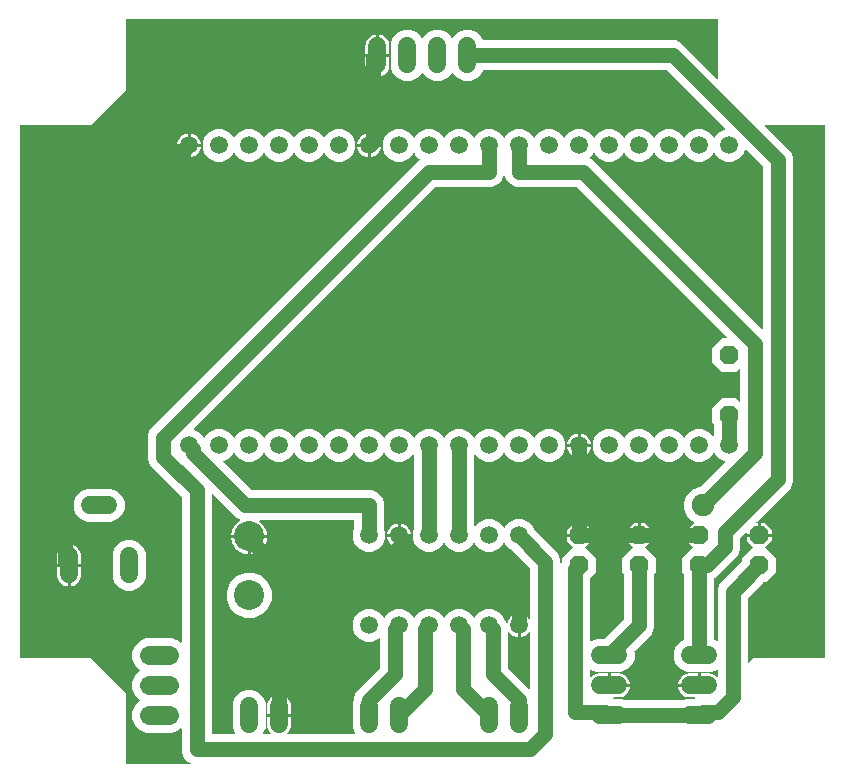
<source format=gbr>
G04 EAGLE Gerber RS-274X export*
G75*
%MOMM*%
%FSLAX34Y34*%
%LPD*%
%INTop Copper*%
%IPPOS*%
%AMOC8*
5,1,8,0,0,1.08239X$1,22.5*%
G01*
%ADD10C,2.540000*%
%ADD11P,1.732040X8X112.500000*%
%ADD12C,1.524000*%
%ADD13P,1.732040X8X292.500000*%
%ADD14C,1.650000*%
%ADD15C,1.500000*%
%ADD16C,1.270000*%
%ADD17C,1.905000*%

G36*
X153517Y9384D02*
X153517Y9384D01*
X153616Y9398D01*
X153627Y9403D01*
X153639Y9405D01*
X153725Y9456D01*
X153814Y9505D01*
X153822Y9514D01*
X153832Y9520D01*
X153895Y9597D01*
X153961Y9673D01*
X153966Y9685D01*
X153973Y9694D01*
X154005Y9789D01*
X154041Y9883D01*
X154041Y9895D01*
X154045Y9906D01*
X154042Y10007D01*
X154043Y10107D01*
X154039Y10119D01*
X154038Y10131D01*
X154001Y10223D01*
X153966Y10318D01*
X153959Y10328D01*
X153954Y10338D01*
X153886Y10413D01*
X153821Y10489D01*
X153810Y10496D01*
X153803Y10504D01*
X153762Y10525D01*
X153660Y10586D01*
X151556Y11458D01*
X147983Y15031D01*
X146049Y19699D01*
X146049Y39420D01*
X146033Y39507D01*
X146024Y39596D01*
X146014Y39617D01*
X146010Y39640D01*
X145964Y39717D01*
X145925Y39797D01*
X145908Y39813D01*
X145895Y39834D01*
X145826Y39890D01*
X145762Y39951D01*
X145740Y39960D01*
X145721Y39975D01*
X145637Y40003D01*
X145555Y40038D01*
X145531Y40039D01*
X145509Y40047D01*
X145420Y40044D01*
X145331Y40048D01*
X145308Y40041D01*
X145284Y40040D01*
X145202Y40007D01*
X145117Y39979D01*
X145096Y39964D01*
X145077Y39956D01*
X145039Y39922D01*
X144967Y39868D01*
X143521Y38422D01*
X138154Y36199D01*
X115846Y36199D01*
X110479Y38422D01*
X106372Y42529D01*
X104149Y47896D01*
X104149Y53704D01*
X106372Y59071D01*
X110353Y63052D01*
X110390Y63106D01*
X110436Y63153D01*
X110454Y63197D01*
X110481Y63236D01*
X110497Y63299D01*
X110523Y63360D01*
X110525Y63407D01*
X110537Y63453D01*
X110530Y63518D01*
X110533Y63584D01*
X110519Y63629D01*
X110514Y63676D01*
X110485Y63735D01*
X110464Y63798D01*
X110432Y63842D01*
X110414Y63877D01*
X110386Y63904D01*
X110353Y63948D01*
X106372Y67929D01*
X104149Y73296D01*
X104149Y79104D01*
X106372Y84471D01*
X110353Y88452D01*
X110390Y88506D01*
X110436Y88553D01*
X110454Y88597D01*
X110481Y88636D01*
X110497Y88699D01*
X110523Y88760D01*
X110525Y88807D01*
X110537Y88853D01*
X110530Y88918D01*
X110533Y88984D01*
X110519Y89029D01*
X110514Y89076D01*
X110485Y89135D01*
X110464Y89198D01*
X110432Y89242D01*
X110414Y89277D01*
X110386Y89304D01*
X110353Y89348D01*
X106372Y93329D01*
X104149Y98696D01*
X104149Y104504D01*
X106372Y109871D01*
X110479Y113978D01*
X115846Y116201D01*
X138154Y116201D01*
X143521Y113978D01*
X144967Y112532D01*
X145040Y112481D01*
X145109Y112425D01*
X145131Y112417D01*
X145151Y112404D01*
X145237Y112382D01*
X145321Y112353D01*
X145345Y112354D01*
X145368Y112348D01*
X145457Y112357D01*
X145546Y112360D01*
X145568Y112369D01*
X145591Y112371D01*
X145671Y112411D01*
X145753Y112444D01*
X145771Y112460D01*
X145792Y112471D01*
X145853Y112535D01*
X145919Y112596D01*
X145930Y112617D01*
X145946Y112634D01*
X145981Y112716D01*
X146022Y112795D01*
X146025Y112821D01*
X146034Y112841D01*
X146036Y112891D01*
X146049Y112980D01*
X146049Y235776D01*
X146042Y235818D01*
X146044Y235861D01*
X146022Y235928D01*
X146010Y235997D01*
X145988Y236034D01*
X145975Y236074D01*
X145937Y236125D01*
X145935Y236131D01*
X145923Y236144D01*
X145921Y236147D01*
X145895Y236190D01*
X145879Y236204D01*
X145863Y236225D01*
X119408Y262681D01*
X117474Y267349D01*
X117474Y288276D01*
X119408Y292944D01*
X347489Y521026D01*
X347527Y521080D01*
X347572Y521128D01*
X347590Y521171D01*
X347617Y521210D01*
X347634Y521274D01*
X347659Y521334D01*
X347662Y521382D01*
X347673Y521427D01*
X347667Y521493D01*
X347669Y521559D01*
X347655Y521604D01*
X347650Y521651D01*
X347621Y521709D01*
X347601Y521772D01*
X347568Y521816D01*
X347551Y521852D01*
X347522Y521879D01*
X347489Y521923D01*
X343858Y525554D01*
X343486Y526452D01*
X343438Y526527D01*
X343396Y526605D01*
X343378Y526621D01*
X343365Y526641D01*
X343294Y526694D01*
X343227Y526753D01*
X343204Y526762D01*
X343185Y526776D01*
X343100Y526801D01*
X343017Y526833D01*
X342993Y526833D01*
X342970Y526840D01*
X342882Y526834D01*
X342793Y526835D01*
X342770Y526826D01*
X342747Y526825D01*
X342665Y526788D01*
X342582Y526758D01*
X342564Y526743D01*
X342542Y526733D01*
X342478Y526671D01*
X342411Y526613D01*
X342397Y526590D01*
X342382Y526576D01*
X342361Y526530D01*
X342314Y526452D01*
X341942Y525554D01*
X338046Y521658D01*
X332955Y519549D01*
X327445Y519549D01*
X322354Y521658D01*
X318458Y525554D01*
X316349Y530645D01*
X316349Y536155D01*
X318458Y541246D01*
X322354Y545142D01*
X327445Y547251D01*
X332955Y547251D01*
X338046Y545142D01*
X341942Y541246D01*
X342314Y540348D01*
X342362Y540273D01*
X342405Y540195D01*
X342422Y540179D01*
X342435Y540159D01*
X342506Y540105D01*
X342573Y540047D01*
X342596Y540038D01*
X342615Y540024D01*
X342700Y539999D01*
X342783Y539967D01*
X342807Y539967D01*
X342830Y539960D01*
X342919Y539966D01*
X343007Y539965D01*
X343030Y539974D01*
X343053Y539975D01*
X343135Y540012D01*
X343218Y540042D01*
X343237Y540057D01*
X343258Y540067D01*
X343322Y540130D01*
X343389Y540187D01*
X343403Y540210D01*
X343418Y540224D01*
X343439Y540270D01*
X343486Y540348D01*
X343858Y541246D01*
X347754Y545142D01*
X352845Y547251D01*
X358355Y547251D01*
X363446Y545142D01*
X367342Y541246D01*
X367714Y540348D01*
X367762Y540273D01*
X367805Y540195D01*
X367822Y540179D01*
X367835Y540159D01*
X367906Y540105D01*
X367973Y540047D01*
X367996Y540038D01*
X368015Y540024D01*
X368100Y539999D01*
X368183Y539967D01*
X368207Y539967D01*
X368230Y539960D01*
X368319Y539966D01*
X368407Y539965D01*
X368430Y539974D01*
X368453Y539975D01*
X368535Y540012D01*
X368618Y540042D01*
X368637Y540057D01*
X368658Y540067D01*
X368722Y540130D01*
X368789Y540187D01*
X368803Y540210D01*
X368818Y540224D01*
X368839Y540270D01*
X368886Y540348D01*
X369258Y541246D01*
X373154Y545142D01*
X378245Y547251D01*
X383755Y547251D01*
X388846Y545142D01*
X392742Y541246D01*
X393114Y540348D01*
X393162Y540273D01*
X393205Y540195D01*
X393222Y540179D01*
X393235Y540159D01*
X393306Y540105D01*
X393373Y540047D01*
X393396Y540038D01*
X393415Y540024D01*
X393500Y539999D01*
X393583Y539967D01*
X393607Y539967D01*
X393630Y539960D01*
X393719Y539966D01*
X393807Y539965D01*
X393830Y539974D01*
X393853Y539975D01*
X393935Y540012D01*
X394018Y540042D01*
X394037Y540057D01*
X394058Y540067D01*
X394122Y540130D01*
X394189Y540187D01*
X394203Y540210D01*
X394218Y540224D01*
X394239Y540270D01*
X394286Y540348D01*
X394658Y541246D01*
X398554Y545142D01*
X403645Y547251D01*
X409155Y547251D01*
X414246Y545142D01*
X418142Y541246D01*
X418514Y540348D01*
X418562Y540273D01*
X418605Y540195D01*
X418622Y540179D01*
X418635Y540159D01*
X418706Y540105D01*
X418773Y540047D01*
X418796Y540038D01*
X418815Y540024D01*
X418900Y539999D01*
X418983Y539967D01*
X419007Y539967D01*
X419030Y539960D01*
X419119Y539966D01*
X419207Y539965D01*
X419230Y539974D01*
X419253Y539975D01*
X419335Y540012D01*
X419418Y540042D01*
X419437Y540057D01*
X419458Y540067D01*
X419522Y540130D01*
X419589Y540187D01*
X419603Y540210D01*
X419618Y540224D01*
X419639Y540270D01*
X419686Y540348D01*
X420058Y541246D01*
X423954Y545142D01*
X429045Y547251D01*
X434555Y547251D01*
X439646Y545142D01*
X443542Y541246D01*
X443914Y540348D01*
X443962Y540273D01*
X444005Y540195D01*
X444022Y540179D01*
X444035Y540159D01*
X444106Y540105D01*
X444173Y540047D01*
X444196Y540038D01*
X444215Y540024D01*
X444300Y539999D01*
X444383Y539967D01*
X444407Y539967D01*
X444430Y539960D01*
X444519Y539966D01*
X444607Y539965D01*
X444630Y539974D01*
X444653Y539975D01*
X444735Y540012D01*
X444818Y540042D01*
X444837Y540057D01*
X444858Y540067D01*
X444922Y540130D01*
X444989Y540187D01*
X445003Y540210D01*
X445018Y540224D01*
X445039Y540270D01*
X445086Y540348D01*
X445458Y541246D01*
X449354Y545142D01*
X454445Y547251D01*
X459955Y547251D01*
X465046Y545142D01*
X468942Y541246D01*
X469314Y540348D01*
X469362Y540273D01*
X469405Y540195D01*
X469422Y540179D01*
X469435Y540159D01*
X469506Y540105D01*
X469573Y540047D01*
X469596Y540038D01*
X469615Y540024D01*
X469700Y539999D01*
X469783Y539967D01*
X469807Y539967D01*
X469830Y539960D01*
X469919Y539966D01*
X470007Y539965D01*
X470030Y539974D01*
X470053Y539975D01*
X470135Y540012D01*
X470218Y540042D01*
X470237Y540057D01*
X470258Y540067D01*
X470322Y540130D01*
X470389Y540187D01*
X470403Y540210D01*
X470418Y540224D01*
X470439Y540270D01*
X470486Y540348D01*
X470858Y541246D01*
X474754Y545142D01*
X479845Y547251D01*
X485355Y547251D01*
X490446Y545142D01*
X494342Y541246D01*
X494714Y540348D01*
X494762Y540273D01*
X494805Y540195D01*
X494822Y540179D01*
X494835Y540159D01*
X494906Y540105D01*
X494973Y540047D01*
X494996Y540038D01*
X495015Y540024D01*
X495100Y539999D01*
X495183Y539967D01*
X495207Y539967D01*
X495230Y539960D01*
X495319Y539966D01*
X495407Y539965D01*
X495430Y539974D01*
X495453Y539975D01*
X495535Y540012D01*
X495618Y540042D01*
X495637Y540057D01*
X495658Y540067D01*
X495722Y540130D01*
X495789Y540187D01*
X495803Y540210D01*
X495818Y540224D01*
X495839Y540270D01*
X495886Y540348D01*
X496258Y541246D01*
X500154Y545142D01*
X505245Y547251D01*
X510755Y547251D01*
X515846Y545142D01*
X519742Y541246D01*
X520114Y540348D01*
X520162Y540273D01*
X520205Y540195D01*
X520222Y540179D01*
X520235Y540159D01*
X520306Y540105D01*
X520373Y540047D01*
X520396Y540038D01*
X520415Y540024D01*
X520500Y539999D01*
X520583Y539967D01*
X520607Y539967D01*
X520630Y539960D01*
X520719Y539966D01*
X520807Y539965D01*
X520830Y539974D01*
X520853Y539975D01*
X520935Y540012D01*
X521018Y540042D01*
X521037Y540057D01*
X521058Y540067D01*
X521122Y540130D01*
X521189Y540187D01*
X521203Y540210D01*
X521218Y540224D01*
X521239Y540270D01*
X521286Y540348D01*
X521658Y541246D01*
X525554Y545142D01*
X530645Y547251D01*
X536155Y547251D01*
X541246Y545142D01*
X545142Y541246D01*
X545514Y540348D01*
X545562Y540273D01*
X545605Y540195D01*
X545622Y540179D01*
X545635Y540159D01*
X545706Y540105D01*
X545773Y540047D01*
X545796Y540038D01*
X545815Y540024D01*
X545900Y539999D01*
X545983Y539967D01*
X546007Y539967D01*
X546030Y539960D01*
X546119Y539966D01*
X546207Y539965D01*
X546230Y539974D01*
X546253Y539975D01*
X546335Y540012D01*
X546418Y540042D01*
X546437Y540057D01*
X546458Y540067D01*
X546522Y540130D01*
X546589Y540187D01*
X546603Y540210D01*
X546618Y540224D01*
X546639Y540270D01*
X546686Y540348D01*
X547058Y541246D01*
X550954Y545142D01*
X556045Y547251D01*
X561555Y547251D01*
X566646Y545142D01*
X570542Y541246D01*
X570914Y540348D01*
X570962Y540273D01*
X571005Y540195D01*
X571022Y540179D01*
X571035Y540159D01*
X571106Y540105D01*
X571173Y540047D01*
X571196Y540038D01*
X571215Y540024D01*
X571300Y539999D01*
X571383Y539967D01*
X571407Y539967D01*
X571430Y539960D01*
X571519Y539966D01*
X571607Y539965D01*
X571630Y539974D01*
X571653Y539975D01*
X571735Y540012D01*
X571818Y540042D01*
X571837Y540057D01*
X571858Y540067D01*
X571922Y540130D01*
X571989Y540187D01*
X572003Y540210D01*
X572018Y540224D01*
X572039Y540270D01*
X572086Y540348D01*
X572458Y541246D01*
X576354Y545142D01*
X581445Y547251D01*
X586955Y547251D01*
X592046Y545142D01*
X595942Y541246D01*
X596314Y540348D01*
X596362Y540273D01*
X596405Y540195D01*
X596422Y540179D01*
X596435Y540159D01*
X596506Y540105D01*
X596573Y540047D01*
X596596Y540038D01*
X596615Y540024D01*
X596700Y539999D01*
X596783Y539967D01*
X596807Y539967D01*
X596830Y539960D01*
X596919Y539966D01*
X597007Y539965D01*
X597030Y539974D01*
X597053Y539975D01*
X597135Y540012D01*
X597218Y540042D01*
X597237Y540057D01*
X597258Y540067D01*
X597322Y540130D01*
X597389Y540187D01*
X597403Y540210D01*
X597418Y540224D01*
X597439Y540270D01*
X597486Y540348D01*
X597858Y541246D01*
X601754Y545142D01*
X605627Y546746D01*
X605692Y546788D01*
X605762Y546822D01*
X605786Y546848D01*
X605816Y546867D01*
X605862Y546929D01*
X605915Y546986D01*
X605929Y547018D01*
X605951Y547047D01*
X605973Y547121D01*
X606003Y547192D01*
X606004Y547228D01*
X606015Y547262D01*
X606009Y547339D01*
X606013Y547416D01*
X606002Y547450D01*
X606000Y547486D01*
X605968Y547556D01*
X605944Y547630D01*
X605920Y547662D01*
X605908Y547690D01*
X605875Y547724D01*
X605833Y547781D01*
X556900Y596713D01*
X556865Y596738D01*
X556836Y596769D01*
X556774Y596801D01*
X556716Y596842D01*
X556675Y596852D01*
X556637Y596872D01*
X556547Y596885D01*
X556498Y596898D01*
X556478Y596895D01*
X556451Y596899D01*
X401541Y596899D01*
X401488Y596890D01*
X401434Y596890D01*
X401378Y596870D01*
X401320Y596860D01*
X401274Y596832D01*
X401223Y596814D01*
X401178Y596775D01*
X401127Y596745D01*
X401093Y596703D01*
X401052Y596668D01*
X401015Y596607D01*
X400986Y596571D01*
X400976Y596542D01*
X400955Y596508D01*
X399944Y594066D01*
X396014Y590136D01*
X390879Y588009D01*
X385321Y588009D01*
X380186Y590136D01*
X376256Y594066D01*
X375986Y594719D01*
X375938Y594793D01*
X375896Y594872D01*
X375878Y594887D01*
X375865Y594907D01*
X375794Y594961D01*
X375727Y595020D01*
X375704Y595028D01*
X375686Y595042D01*
X375600Y595068D01*
X375517Y595099D01*
X375493Y595099D01*
X375470Y595106D01*
X375382Y595100D01*
X375293Y595101D01*
X375270Y595093D01*
X375247Y595091D01*
X375166Y595055D01*
X375082Y595024D01*
X375063Y595009D01*
X375042Y594999D01*
X374979Y594937D01*
X374911Y594879D01*
X374897Y594857D01*
X374882Y594842D01*
X374861Y594796D01*
X374814Y594719D01*
X374544Y594066D01*
X370614Y590136D01*
X365479Y588009D01*
X359921Y588009D01*
X354786Y590136D01*
X350856Y594066D01*
X350586Y594719D01*
X350538Y594793D01*
X350496Y594872D01*
X350478Y594887D01*
X350465Y594907D01*
X350394Y594961D01*
X350327Y595020D01*
X350304Y595028D01*
X350286Y595042D01*
X350200Y595068D01*
X350117Y595099D01*
X350093Y595099D01*
X350070Y595106D01*
X349982Y595100D01*
X349893Y595101D01*
X349870Y595093D01*
X349847Y595091D01*
X349766Y595055D01*
X349682Y595024D01*
X349663Y595009D01*
X349642Y594999D01*
X349579Y594937D01*
X349511Y594879D01*
X349497Y594857D01*
X349482Y594842D01*
X349461Y594796D01*
X349414Y594719D01*
X349144Y594066D01*
X345214Y590136D01*
X340079Y588009D01*
X334521Y588009D01*
X329386Y590136D01*
X325456Y594066D01*
X323329Y599201D01*
X323329Y619999D01*
X325456Y625134D01*
X329386Y629064D01*
X334521Y631191D01*
X340079Y631191D01*
X345214Y629064D01*
X349144Y625134D01*
X349414Y624481D01*
X349462Y624406D01*
X349505Y624328D01*
X349522Y624313D01*
X349535Y624293D01*
X349606Y624239D01*
X349673Y624180D01*
X349696Y624172D01*
X349715Y624158D01*
X349800Y624132D01*
X349883Y624101D01*
X349907Y624101D01*
X349930Y624094D01*
X350019Y624100D01*
X350107Y624099D01*
X350130Y624107D01*
X350153Y624109D01*
X350235Y624145D01*
X350318Y624176D01*
X350337Y624191D01*
X350358Y624201D01*
X350422Y624263D01*
X350489Y624321D01*
X350503Y624343D01*
X350518Y624358D01*
X350539Y624404D01*
X350586Y624481D01*
X350856Y625134D01*
X354786Y629064D01*
X359921Y631191D01*
X365479Y631191D01*
X370614Y629064D01*
X374544Y625134D01*
X374814Y624481D01*
X374862Y624406D01*
X374905Y624328D01*
X374922Y624313D01*
X374935Y624293D01*
X375006Y624239D01*
X375073Y624180D01*
X375096Y624172D01*
X375115Y624158D01*
X375200Y624132D01*
X375283Y624101D01*
X375307Y624101D01*
X375330Y624094D01*
X375419Y624100D01*
X375507Y624099D01*
X375530Y624107D01*
X375553Y624109D01*
X375635Y624145D01*
X375718Y624176D01*
X375737Y624191D01*
X375758Y624201D01*
X375822Y624263D01*
X375889Y624321D01*
X375903Y624343D01*
X375918Y624358D01*
X375939Y624404D01*
X375986Y624481D01*
X376256Y625134D01*
X380186Y629064D01*
X385321Y631191D01*
X390879Y631191D01*
X396014Y629064D01*
X399944Y625134D01*
X400955Y622692D01*
X400984Y622647D01*
X401005Y622597D01*
X401044Y622553D01*
X401076Y622503D01*
X401120Y622471D01*
X401156Y622431D01*
X401209Y622404D01*
X401256Y622369D01*
X401308Y622353D01*
X401356Y622328D01*
X401426Y622318D01*
X401471Y622305D01*
X401501Y622307D01*
X401541Y622301D01*
X564501Y622301D01*
X569169Y620367D01*
X599552Y589985D01*
X599625Y589934D01*
X599694Y589878D01*
X599716Y589871D01*
X599736Y589857D01*
X599822Y589835D01*
X599906Y589806D01*
X599930Y589807D01*
X599953Y589801D01*
X600042Y589810D01*
X600131Y589813D01*
X600153Y589822D01*
X600176Y589824D01*
X600256Y589864D01*
X600338Y589897D01*
X600356Y589913D01*
X600377Y589924D01*
X600438Y589988D01*
X600504Y590049D01*
X600515Y590070D01*
X600531Y590087D01*
X600566Y590169D01*
X600607Y590248D01*
X600610Y590274D01*
X600619Y590294D01*
X600621Y590344D01*
X600634Y590434D01*
X600634Y640000D01*
X600623Y640065D01*
X600621Y640131D01*
X600603Y640174D01*
X600595Y640221D01*
X600561Y640278D01*
X600536Y640338D01*
X600505Y640373D01*
X600480Y640414D01*
X600429Y640456D01*
X600385Y640504D01*
X600343Y640526D01*
X600306Y640555D01*
X600244Y640576D01*
X600185Y640607D01*
X600131Y640615D01*
X600094Y640627D01*
X600054Y640626D01*
X600000Y640634D01*
X100000Y640634D01*
X99935Y640623D01*
X99869Y640621D01*
X99826Y640603D01*
X99779Y640595D01*
X99722Y640561D01*
X99662Y640536D01*
X99627Y640505D01*
X99586Y640480D01*
X99545Y640429D01*
X99496Y640385D01*
X99474Y640343D01*
X99445Y640306D01*
X99424Y640244D01*
X99393Y640185D01*
X99385Y640131D01*
X99373Y640094D01*
X99374Y640054D01*
X99366Y640000D01*
X99366Y580263D01*
X69737Y550634D01*
X10000Y550634D01*
X9935Y550623D01*
X9869Y550621D01*
X9826Y550603D01*
X9779Y550595D01*
X9722Y550561D01*
X9662Y550536D01*
X9627Y550505D01*
X9586Y550480D01*
X9545Y550429D01*
X9496Y550385D01*
X9474Y550343D01*
X9445Y550306D01*
X9424Y550244D01*
X9393Y550185D01*
X9385Y550131D01*
X9373Y550094D01*
X9374Y550054D01*
X9366Y550000D01*
X9366Y100000D01*
X9377Y99935D01*
X9379Y99869D01*
X9397Y99826D01*
X9405Y99779D01*
X9439Y99722D01*
X9464Y99662D01*
X9495Y99627D01*
X9520Y99586D01*
X9571Y99545D01*
X9615Y99496D01*
X9657Y99474D01*
X9694Y99445D01*
X9756Y99424D01*
X9815Y99393D01*
X9869Y99385D01*
X9906Y99373D01*
X9946Y99374D01*
X10000Y99366D01*
X69737Y99366D01*
X99366Y69737D01*
X99366Y10000D01*
X99377Y9935D01*
X99379Y9869D01*
X99397Y9826D01*
X99405Y9779D01*
X99439Y9722D01*
X99464Y9662D01*
X99495Y9627D01*
X99520Y9586D01*
X99571Y9545D01*
X99615Y9496D01*
X99657Y9474D01*
X99694Y9445D01*
X99756Y9424D01*
X99815Y9393D01*
X99869Y9385D01*
X99906Y9373D01*
X99946Y9374D01*
X100000Y9366D01*
X153418Y9366D01*
X153517Y9384D01*
G37*
G36*
X570639Y63506D02*
X570639Y63506D01*
X570670Y63504D01*
X570785Y63532D01*
X570830Y63540D01*
X570839Y63546D01*
X570852Y63549D01*
X573801Y64771D01*
X580123Y64771D01*
X580172Y64779D01*
X580277Y64790D01*
X580310Y64804D01*
X580344Y64810D01*
X580411Y64850D01*
X580482Y64882D01*
X580507Y64907D01*
X580538Y64925D01*
X580586Y64985D01*
X580642Y65039D01*
X580657Y65071D01*
X580679Y65099D01*
X580704Y65172D01*
X580737Y65243D01*
X580740Y65278D01*
X580751Y65311D01*
X580749Y65389D01*
X580755Y65466D01*
X580745Y65500D01*
X580744Y65536D01*
X580715Y65607D01*
X580694Y65682D01*
X580673Y65711D01*
X580660Y65743D01*
X580608Y65801D01*
X580562Y65863D01*
X580532Y65883D01*
X580509Y65909D01*
X580439Y65945D01*
X580375Y65987D01*
X580340Y65995D01*
X580309Y66012D01*
X580204Y66027D01*
X580156Y66038D01*
X580140Y66037D01*
X580124Y66039D01*
X575780Y66039D01*
X574201Y66289D01*
X572680Y66784D01*
X571255Y67510D01*
X569961Y68450D01*
X568830Y69581D01*
X567890Y70875D01*
X567164Y72300D01*
X566669Y73821D01*
X566494Y74931D01*
X583565Y74931D01*
X583630Y74942D01*
X583695Y74944D01*
X583739Y74962D01*
X583786Y74970D01*
X583842Y75004D01*
X583903Y75029D01*
X583938Y75060D01*
X583979Y75085D01*
X584020Y75136D01*
X584069Y75180D01*
X584091Y75222D01*
X584120Y75259D01*
X584141Y75321D01*
X584171Y75380D01*
X584180Y75434D01*
X584192Y75471D01*
X584191Y75511D01*
X584199Y75565D01*
X584199Y76201D01*
X584835Y76201D01*
X584900Y76213D01*
X584965Y76214D01*
X585009Y76232D01*
X585056Y76241D01*
X585113Y76274D01*
X585173Y76299D01*
X585208Y76331D01*
X585249Y76355D01*
X585290Y76406D01*
X585339Y76450D01*
X585361Y76492D01*
X585390Y76529D01*
X585411Y76591D01*
X585442Y76650D01*
X585450Y76704D01*
X585462Y76741D01*
X585461Y76781D01*
X585469Y76835D01*
X585469Y86361D01*
X592620Y86361D01*
X594199Y86111D01*
X595720Y85616D01*
X597145Y84890D01*
X598439Y83950D01*
X598992Y83398D01*
X599065Y83347D01*
X599134Y83291D01*
X599156Y83283D01*
X599176Y83270D01*
X599262Y83248D01*
X599346Y83219D01*
X599370Y83220D01*
X599393Y83214D01*
X599482Y83223D01*
X599571Y83226D01*
X599593Y83235D01*
X599616Y83237D01*
X599696Y83277D01*
X599778Y83310D01*
X599796Y83326D01*
X599817Y83337D01*
X599878Y83401D01*
X599944Y83461D01*
X599955Y83482D01*
X599971Y83500D01*
X600006Y83582D01*
X600047Y83661D01*
X600050Y83687D01*
X600059Y83706D01*
X600061Y83757D01*
X600074Y83846D01*
X600074Y88948D01*
X600061Y89024D01*
X600055Y89101D01*
X600041Y89134D01*
X600035Y89169D01*
X599995Y89236D01*
X599963Y89306D01*
X599939Y89331D01*
X599920Y89362D01*
X599860Y89411D01*
X599806Y89466D01*
X599774Y89481D01*
X599746Y89503D01*
X599673Y89528D01*
X599603Y89561D01*
X599567Y89564D01*
X599534Y89575D01*
X599456Y89573D01*
X599379Y89579D01*
X599340Y89570D01*
X599309Y89569D01*
X599266Y89551D01*
X599197Y89534D01*
X594599Y87629D01*
X573801Y87629D01*
X568666Y89756D01*
X564736Y93686D01*
X562609Y98821D01*
X562609Y104379D01*
X564736Y109514D01*
X568666Y113444D01*
X571108Y114455D01*
X571153Y114484D01*
X571203Y114505D01*
X571247Y114544D01*
X571297Y114576D01*
X571329Y114620D01*
X571369Y114656D01*
X571396Y114709D01*
X571431Y114756D01*
X571447Y114808D01*
X571472Y114856D01*
X571482Y114926D01*
X571495Y114971D01*
X571493Y115001D01*
X571499Y115041D01*
X571499Y169942D01*
X571492Y169983D01*
X571494Y170026D01*
X571472Y170093D01*
X571460Y170162D01*
X571438Y170199D01*
X571425Y170239D01*
X571371Y170312D01*
X571345Y170356D01*
X571329Y170369D01*
X571313Y170390D01*
X569848Y171855D01*
X569848Y183745D01*
X578255Y192152D01*
X578809Y192152D01*
X578897Y192168D01*
X578985Y192177D01*
X579006Y192187D01*
X579030Y192191D01*
X579106Y192237D01*
X579186Y192276D01*
X579202Y192293D01*
X579223Y192306D01*
X579279Y192375D01*
X579340Y192439D01*
X579349Y192461D01*
X579364Y192480D01*
X579393Y192564D01*
X579427Y192646D01*
X579429Y192670D01*
X579436Y192692D01*
X579433Y192781D01*
X579437Y192870D01*
X579430Y192893D01*
X579429Y192917D01*
X579396Y192999D01*
X579369Y193084D01*
X579353Y193105D01*
X579345Y193124D01*
X579311Y193162D01*
X579257Y193234D01*
X573658Y198833D01*
X573658Y201931D01*
X583565Y201931D01*
X583630Y201942D01*
X583695Y201944D01*
X583739Y201962D01*
X583786Y201970D01*
X583842Y202004D01*
X583903Y202029D01*
X583938Y202060D01*
X583979Y202085D01*
X584020Y202136D01*
X584069Y202180D01*
X584091Y202222D01*
X584120Y202259D01*
X584141Y202321D01*
X584171Y202380D01*
X584180Y202434D01*
X584192Y202471D01*
X584191Y202511D01*
X584199Y202565D01*
X584199Y203835D01*
X584187Y203900D01*
X584186Y203965D01*
X584168Y204009D01*
X584159Y204056D01*
X584126Y204113D01*
X584101Y204173D01*
X584069Y204208D01*
X584045Y204249D01*
X583994Y204290D01*
X583950Y204339D01*
X583908Y204361D01*
X583871Y204390D01*
X583809Y204411D01*
X583750Y204442D01*
X583696Y204450D01*
X583659Y204462D01*
X583619Y204461D01*
X583565Y204469D01*
X573658Y204469D01*
X573658Y207567D01*
X579727Y213635D01*
X579771Y213698D01*
X579822Y213757D01*
X579835Y213790D01*
X579855Y213819D01*
X579874Y213894D01*
X579902Y213967D01*
X579902Y214002D01*
X579911Y214036D01*
X579903Y214113D01*
X579903Y214191D01*
X579891Y214224D01*
X579888Y214260D01*
X579853Y214329D01*
X579827Y214402D01*
X579804Y214429D01*
X579788Y214461D01*
X579732Y214514D01*
X579682Y214573D01*
X579647Y214594D01*
X579625Y214615D01*
X579582Y214633D01*
X579521Y214669D01*
X578382Y215141D01*
X573916Y219607D01*
X571499Y225442D01*
X571499Y231758D01*
X573916Y237593D01*
X578382Y242059D01*
X584217Y244476D01*
X585026Y244476D01*
X585068Y244483D01*
X585111Y244481D01*
X585178Y244503D01*
X585247Y244515D01*
X585284Y244537D01*
X585324Y244550D01*
X585397Y244604D01*
X585440Y244630D01*
X585454Y244646D01*
X585475Y244662D01*
X605833Y265019D01*
X605877Y265083D01*
X605928Y265141D01*
X605941Y265174D01*
X605961Y265204D01*
X605980Y265278D01*
X606008Y265351D01*
X606008Y265386D01*
X606017Y265421D01*
X606009Y265498D01*
X606009Y265575D01*
X605997Y265609D01*
X605994Y265644D01*
X605959Y265713D01*
X605933Y265786D01*
X605910Y265813D01*
X605894Y265845D01*
X605838Y265898D01*
X605788Y265957D01*
X605753Y265978D01*
X605731Y265999D01*
X605688Y266017D01*
X605627Y266054D01*
X601754Y267658D01*
X597858Y271554D01*
X597486Y272452D01*
X597438Y272527D01*
X597395Y272605D01*
X597378Y272621D01*
X597365Y272641D01*
X597294Y272695D01*
X597227Y272753D01*
X597204Y272762D01*
X597185Y272776D01*
X597100Y272801D01*
X597017Y272833D01*
X596993Y272833D01*
X596970Y272840D01*
X596881Y272834D01*
X596793Y272835D01*
X596770Y272826D01*
X596747Y272825D01*
X596665Y272788D01*
X596582Y272758D01*
X596563Y272743D01*
X596542Y272733D01*
X596478Y272670D01*
X596411Y272613D01*
X596397Y272590D01*
X596382Y272576D01*
X596361Y272530D01*
X596314Y272452D01*
X595942Y271554D01*
X592046Y267658D01*
X586955Y265549D01*
X581445Y265549D01*
X576354Y267658D01*
X572458Y271554D01*
X572086Y272452D01*
X572038Y272527D01*
X571995Y272605D01*
X571978Y272621D01*
X571965Y272641D01*
X571894Y272695D01*
X571827Y272753D01*
X571804Y272762D01*
X571785Y272776D01*
X571700Y272801D01*
X571617Y272833D01*
X571593Y272833D01*
X571570Y272840D01*
X571481Y272834D01*
X571393Y272835D01*
X571370Y272826D01*
X571347Y272825D01*
X571265Y272788D01*
X571182Y272758D01*
X571163Y272743D01*
X571142Y272733D01*
X571078Y272670D01*
X571011Y272613D01*
X570997Y272590D01*
X570982Y272576D01*
X570961Y272530D01*
X570914Y272452D01*
X570542Y271554D01*
X566646Y267658D01*
X561555Y265549D01*
X556045Y265549D01*
X550954Y267658D01*
X547058Y271554D01*
X546686Y272452D01*
X546638Y272527D01*
X546595Y272605D01*
X546578Y272621D01*
X546565Y272641D01*
X546494Y272695D01*
X546427Y272753D01*
X546404Y272762D01*
X546385Y272776D01*
X546300Y272801D01*
X546217Y272833D01*
X546193Y272833D01*
X546170Y272840D01*
X546081Y272834D01*
X545993Y272835D01*
X545970Y272826D01*
X545947Y272825D01*
X545865Y272788D01*
X545782Y272758D01*
X545763Y272743D01*
X545742Y272733D01*
X545678Y272670D01*
X545611Y272613D01*
X545597Y272590D01*
X545582Y272576D01*
X545561Y272530D01*
X545514Y272452D01*
X545142Y271554D01*
X541246Y267658D01*
X536155Y265549D01*
X530645Y265549D01*
X525554Y267658D01*
X521658Y271554D01*
X521286Y272452D01*
X521238Y272527D01*
X521195Y272605D01*
X521178Y272621D01*
X521165Y272641D01*
X521094Y272695D01*
X521027Y272753D01*
X521004Y272762D01*
X520985Y272776D01*
X520900Y272801D01*
X520817Y272833D01*
X520793Y272833D01*
X520770Y272840D01*
X520681Y272834D01*
X520593Y272835D01*
X520570Y272826D01*
X520547Y272825D01*
X520465Y272788D01*
X520382Y272758D01*
X520363Y272743D01*
X520342Y272733D01*
X520278Y272670D01*
X520211Y272613D01*
X520197Y272590D01*
X520182Y272576D01*
X520161Y272530D01*
X520114Y272452D01*
X519742Y271554D01*
X515846Y267658D01*
X510755Y265549D01*
X505245Y265549D01*
X500154Y267658D01*
X496258Y271554D01*
X494149Y276645D01*
X494149Y282155D01*
X496258Y287246D01*
X500154Y291142D01*
X505245Y293251D01*
X510755Y293251D01*
X515846Y291142D01*
X519742Y287246D01*
X520114Y286348D01*
X520162Y286273D01*
X520204Y286195D01*
X520222Y286179D01*
X520235Y286159D01*
X520306Y286106D01*
X520373Y286047D01*
X520396Y286038D01*
X520415Y286024D01*
X520500Y285999D01*
X520583Y285967D01*
X520607Y285967D01*
X520630Y285960D01*
X520718Y285966D01*
X520807Y285965D01*
X520830Y285974D01*
X520853Y285975D01*
X520935Y286012D01*
X521018Y286042D01*
X521036Y286057D01*
X521058Y286067D01*
X521122Y286129D01*
X521189Y286187D01*
X521203Y286210D01*
X521218Y286224D01*
X521239Y286270D01*
X521286Y286348D01*
X521658Y287246D01*
X525554Y291142D01*
X530645Y293251D01*
X536155Y293251D01*
X541246Y291142D01*
X545142Y287246D01*
X545514Y286348D01*
X545562Y286273D01*
X545604Y286195D01*
X545622Y286179D01*
X545635Y286159D01*
X545706Y286106D01*
X545773Y286047D01*
X545796Y286038D01*
X545815Y286024D01*
X545900Y285999D01*
X545983Y285967D01*
X546007Y285967D01*
X546030Y285960D01*
X546118Y285966D01*
X546207Y285965D01*
X546230Y285974D01*
X546253Y285975D01*
X546335Y286012D01*
X546418Y286042D01*
X546436Y286057D01*
X546458Y286067D01*
X546522Y286129D01*
X546589Y286187D01*
X546603Y286210D01*
X546618Y286224D01*
X546639Y286270D01*
X546686Y286348D01*
X547058Y287246D01*
X550954Y291142D01*
X556045Y293251D01*
X561555Y293251D01*
X566646Y291142D01*
X570542Y287246D01*
X570914Y286348D01*
X570962Y286273D01*
X571004Y286195D01*
X571022Y286179D01*
X571035Y286159D01*
X571106Y286106D01*
X571173Y286047D01*
X571196Y286038D01*
X571215Y286024D01*
X571300Y285999D01*
X571383Y285967D01*
X571407Y285967D01*
X571430Y285960D01*
X571518Y285966D01*
X571607Y285965D01*
X571630Y285974D01*
X571653Y285975D01*
X571735Y286012D01*
X571818Y286042D01*
X571836Y286057D01*
X571858Y286067D01*
X571922Y286129D01*
X571989Y286187D01*
X572003Y286210D01*
X572018Y286224D01*
X572039Y286270D01*
X572086Y286348D01*
X572458Y287246D01*
X576354Y291142D01*
X581445Y293251D01*
X586955Y293251D01*
X592046Y291142D01*
X595817Y287371D01*
X595890Y287321D01*
X595959Y287264D01*
X595981Y287257D01*
X596001Y287243D01*
X596087Y287221D01*
X596171Y287193D01*
X596195Y287193D01*
X596218Y287187D01*
X596307Y287197D01*
X596396Y287199D01*
X596418Y287208D01*
X596441Y287211D01*
X596521Y287250D01*
X596603Y287283D01*
X596621Y287299D01*
X596642Y287310D01*
X596703Y287375D01*
X596769Y287435D01*
X596780Y287456D01*
X596796Y287473D01*
X596831Y287555D01*
X596872Y287634D01*
X596875Y287661D01*
X596884Y287680D01*
X596886Y287730D01*
X596899Y287820D01*
X596899Y296942D01*
X596892Y296983D01*
X596894Y297026D01*
X596872Y297093D01*
X596860Y297162D01*
X596838Y297199D01*
X596825Y297239D01*
X596771Y297312D01*
X596745Y297356D01*
X596729Y297369D01*
X596713Y297390D01*
X595248Y298855D01*
X595248Y310745D01*
X603655Y319152D01*
X615545Y319152D01*
X618042Y316655D01*
X618115Y316604D01*
X618184Y316548D01*
X618206Y316540D01*
X618226Y316527D01*
X618312Y316505D01*
X618396Y316476D01*
X618420Y316477D01*
X618443Y316471D01*
X618532Y316480D01*
X618621Y316483D01*
X618643Y316492D01*
X618666Y316494D01*
X618746Y316534D01*
X618828Y316567D01*
X618846Y316583D01*
X618867Y316593D01*
X618928Y316658D01*
X618994Y316718D01*
X619005Y316740D01*
X619021Y316757D01*
X619056Y316839D01*
X619097Y316918D01*
X619100Y316944D01*
X619109Y316963D01*
X619111Y317014D01*
X619124Y317103D01*
X619124Y343297D01*
X619108Y343384D01*
X619099Y343473D01*
X619089Y343494D01*
X619085Y343518D01*
X619039Y343594D01*
X619000Y343674D01*
X618983Y343690D01*
X618970Y343711D01*
X618901Y343767D01*
X618837Y343828D01*
X618815Y343837D01*
X618796Y343852D01*
X618712Y343881D01*
X618630Y343915D01*
X618606Y343916D01*
X618584Y343924D01*
X618495Y343921D01*
X618406Y343925D01*
X618383Y343918D01*
X618359Y343917D01*
X618277Y343884D01*
X618192Y343857D01*
X618171Y343841D01*
X618152Y343833D01*
X618114Y343799D01*
X618042Y343745D01*
X615545Y341248D01*
X603655Y341248D01*
X595248Y349655D01*
X595248Y361545D01*
X603655Y369952D01*
X607506Y369952D01*
X607593Y369968D01*
X607682Y369977D01*
X607703Y369987D01*
X607726Y369991D01*
X607803Y370037D01*
X607883Y370076D01*
X607899Y370093D01*
X607920Y370106D01*
X607976Y370175D01*
X608037Y370239D01*
X608046Y370261D01*
X608061Y370280D01*
X608089Y370364D01*
X608124Y370446D01*
X608125Y370470D01*
X608133Y370492D01*
X608130Y370581D01*
X608134Y370670D01*
X608127Y370693D01*
X608126Y370717D01*
X608093Y370799D01*
X608066Y370884D01*
X608050Y370905D01*
X608042Y370924D01*
X608008Y370962D01*
X607954Y371034D01*
X480700Y498288D01*
X480665Y498313D01*
X480636Y498344D01*
X480574Y498376D01*
X480516Y498417D01*
X480475Y498427D01*
X480437Y498447D01*
X480347Y498460D01*
X480298Y498473D01*
X480278Y498470D01*
X480251Y498474D01*
X429274Y498474D01*
X424606Y500408D01*
X421033Y503981D01*
X419686Y507232D01*
X419638Y507307D01*
X419596Y507385D01*
X419578Y507401D01*
X419565Y507421D01*
X419494Y507475D01*
X419427Y507533D01*
X419404Y507542D01*
X419385Y507556D01*
X419300Y507581D01*
X419217Y507613D01*
X419193Y507613D01*
X419170Y507620D01*
X419082Y507614D01*
X418993Y507615D01*
X418970Y507607D01*
X418947Y507605D01*
X418865Y507568D01*
X418782Y507538D01*
X418764Y507523D01*
X418742Y507513D01*
X418679Y507451D01*
X418611Y507393D01*
X418597Y507370D01*
X418582Y507356D01*
X418561Y507310D01*
X418514Y507232D01*
X417167Y503981D01*
X413594Y500408D01*
X408926Y498474D01*
X361124Y498474D01*
X361082Y498467D01*
X361039Y498469D01*
X360972Y498447D01*
X360903Y498435D01*
X360866Y498413D01*
X360826Y498400D01*
X360753Y498346D01*
X360710Y498320D01*
X360696Y498304D01*
X360675Y498288D01*
X156167Y293781D01*
X156123Y293717D01*
X156072Y293659D01*
X156059Y293626D01*
X156039Y293596D01*
X156020Y293521D01*
X155992Y293449D01*
X155992Y293414D01*
X155983Y293379D01*
X155991Y293302D01*
X155991Y293225D01*
X156003Y293191D01*
X156006Y293156D01*
X156041Y293087D01*
X156067Y293014D01*
X156090Y292987D01*
X156106Y292955D01*
X156162Y292902D01*
X156212Y292843D01*
X156247Y292822D01*
X156269Y292801D01*
X156312Y292783D01*
X156373Y292746D01*
X160246Y291142D01*
X164142Y287246D01*
X164514Y286348D01*
X164562Y286273D01*
X164604Y286195D01*
X164622Y286179D01*
X164635Y286159D01*
X164706Y286106D01*
X164773Y286047D01*
X164796Y286038D01*
X164815Y286024D01*
X164900Y285999D01*
X164983Y285967D01*
X165007Y285967D01*
X165030Y285960D01*
X165118Y285966D01*
X165207Y285965D01*
X165230Y285974D01*
X165253Y285975D01*
X165335Y286012D01*
X165418Y286042D01*
X165436Y286057D01*
X165458Y286067D01*
X165522Y286129D01*
X165589Y286187D01*
X165603Y286210D01*
X165618Y286224D01*
X165639Y286270D01*
X165686Y286348D01*
X166058Y287246D01*
X169954Y291142D01*
X175045Y293251D01*
X180555Y293251D01*
X185646Y291142D01*
X189542Y287246D01*
X189914Y286348D01*
X189962Y286273D01*
X190004Y286195D01*
X190022Y286179D01*
X190035Y286159D01*
X190106Y286106D01*
X190173Y286047D01*
X190196Y286038D01*
X190215Y286024D01*
X190300Y285999D01*
X190383Y285967D01*
X190407Y285967D01*
X190430Y285960D01*
X190518Y285966D01*
X190607Y285965D01*
X190630Y285974D01*
X190653Y285975D01*
X190735Y286012D01*
X190818Y286042D01*
X190836Y286057D01*
X190858Y286067D01*
X190922Y286129D01*
X190989Y286187D01*
X191003Y286210D01*
X191018Y286224D01*
X191039Y286270D01*
X191086Y286348D01*
X191458Y287246D01*
X195354Y291142D01*
X200445Y293251D01*
X205955Y293251D01*
X211046Y291142D01*
X214942Y287246D01*
X215314Y286348D01*
X215362Y286273D01*
X215404Y286195D01*
X215422Y286179D01*
X215435Y286159D01*
X215506Y286106D01*
X215573Y286047D01*
X215596Y286038D01*
X215615Y286024D01*
X215700Y285999D01*
X215783Y285967D01*
X215807Y285967D01*
X215830Y285960D01*
X215918Y285966D01*
X216007Y285965D01*
X216030Y285974D01*
X216053Y285975D01*
X216135Y286012D01*
X216218Y286042D01*
X216236Y286057D01*
X216258Y286067D01*
X216322Y286129D01*
X216389Y286187D01*
X216403Y286210D01*
X216418Y286224D01*
X216439Y286270D01*
X216486Y286348D01*
X216858Y287246D01*
X220754Y291142D01*
X225845Y293251D01*
X231355Y293251D01*
X236446Y291142D01*
X240342Y287246D01*
X240714Y286348D01*
X240762Y286273D01*
X240804Y286195D01*
X240822Y286179D01*
X240835Y286159D01*
X240906Y286106D01*
X240973Y286047D01*
X240996Y286038D01*
X241015Y286024D01*
X241100Y285999D01*
X241183Y285967D01*
X241207Y285967D01*
X241230Y285960D01*
X241318Y285966D01*
X241407Y285965D01*
X241430Y285974D01*
X241453Y285975D01*
X241535Y286012D01*
X241618Y286042D01*
X241636Y286057D01*
X241658Y286067D01*
X241722Y286129D01*
X241789Y286187D01*
X241803Y286210D01*
X241818Y286224D01*
X241839Y286270D01*
X241886Y286348D01*
X242258Y287246D01*
X246154Y291142D01*
X251245Y293251D01*
X256755Y293251D01*
X261846Y291142D01*
X265742Y287246D01*
X266114Y286348D01*
X266162Y286273D01*
X266204Y286195D01*
X266222Y286179D01*
X266235Y286159D01*
X266306Y286106D01*
X266373Y286047D01*
X266396Y286038D01*
X266415Y286024D01*
X266500Y285999D01*
X266583Y285967D01*
X266607Y285967D01*
X266630Y285960D01*
X266718Y285966D01*
X266807Y285965D01*
X266830Y285974D01*
X266853Y285975D01*
X266935Y286012D01*
X267018Y286042D01*
X267036Y286057D01*
X267058Y286067D01*
X267122Y286129D01*
X267189Y286187D01*
X267203Y286210D01*
X267218Y286224D01*
X267239Y286270D01*
X267286Y286348D01*
X267658Y287246D01*
X271554Y291142D01*
X276645Y293251D01*
X282155Y293251D01*
X287246Y291142D01*
X291142Y287246D01*
X291514Y286348D01*
X291562Y286273D01*
X291604Y286195D01*
X291622Y286179D01*
X291635Y286159D01*
X291706Y286106D01*
X291773Y286047D01*
X291796Y286038D01*
X291815Y286024D01*
X291900Y285999D01*
X291983Y285967D01*
X292007Y285967D01*
X292030Y285960D01*
X292118Y285966D01*
X292207Y285965D01*
X292230Y285974D01*
X292253Y285975D01*
X292335Y286012D01*
X292418Y286042D01*
X292436Y286057D01*
X292458Y286067D01*
X292522Y286129D01*
X292589Y286187D01*
X292603Y286210D01*
X292618Y286224D01*
X292639Y286270D01*
X292686Y286348D01*
X293058Y287246D01*
X296954Y291142D01*
X302045Y293251D01*
X307555Y293251D01*
X312646Y291142D01*
X316542Y287246D01*
X316914Y286348D01*
X316962Y286273D01*
X317004Y286195D01*
X317022Y286179D01*
X317035Y286159D01*
X317106Y286106D01*
X317173Y286047D01*
X317196Y286038D01*
X317215Y286024D01*
X317300Y285999D01*
X317383Y285967D01*
X317407Y285967D01*
X317430Y285960D01*
X317518Y285966D01*
X317607Y285965D01*
X317630Y285974D01*
X317653Y285975D01*
X317735Y286012D01*
X317818Y286042D01*
X317836Y286057D01*
X317858Y286067D01*
X317922Y286129D01*
X317989Y286187D01*
X318003Y286210D01*
X318018Y286224D01*
X318039Y286270D01*
X318086Y286348D01*
X318458Y287246D01*
X322354Y291142D01*
X327445Y293251D01*
X332955Y293251D01*
X338046Y291142D01*
X341942Y287246D01*
X342314Y286348D01*
X342362Y286273D01*
X342404Y286195D01*
X342422Y286179D01*
X342435Y286159D01*
X342506Y286106D01*
X342573Y286047D01*
X342596Y286038D01*
X342615Y286024D01*
X342700Y285999D01*
X342783Y285967D01*
X342807Y285967D01*
X342830Y285960D01*
X342918Y285966D01*
X343007Y285965D01*
X343030Y285974D01*
X343053Y285975D01*
X343135Y286012D01*
X343218Y286042D01*
X343236Y286057D01*
X343258Y286067D01*
X343322Y286129D01*
X343389Y286187D01*
X343403Y286210D01*
X343418Y286224D01*
X343439Y286270D01*
X343486Y286348D01*
X343858Y287246D01*
X347754Y291142D01*
X352845Y293251D01*
X358355Y293251D01*
X363446Y291142D01*
X367342Y287246D01*
X367714Y286348D01*
X367762Y286273D01*
X367804Y286195D01*
X367822Y286179D01*
X367835Y286159D01*
X367906Y286106D01*
X367973Y286047D01*
X367996Y286038D01*
X368015Y286024D01*
X368100Y285999D01*
X368183Y285967D01*
X368207Y285967D01*
X368230Y285960D01*
X368318Y285966D01*
X368407Y285965D01*
X368430Y285974D01*
X368453Y285975D01*
X368535Y286012D01*
X368618Y286042D01*
X368636Y286057D01*
X368658Y286067D01*
X368722Y286129D01*
X368789Y286187D01*
X368803Y286210D01*
X368818Y286224D01*
X368839Y286270D01*
X368886Y286348D01*
X369258Y287246D01*
X373154Y291142D01*
X378245Y293251D01*
X383755Y293251D01*
X388846Y291142D01*
X392742Y287246D01*
X393114Y286348D01*
X393162Y286273D01*
X393204Y286195D01*
X393222Y286179D01*
X393235Y286159D01*
X393306Y286106D01*
X393373Y286047D01*
X393396Y286038D01*
X393415Y286024D01*
X393500Y285999D01*
X393583Y285967D01*
X393607Y285967D01*
X393630Y285960D01*
X393718Y285966D01*
X393807Y285965D01*
X393830Y285974D01*
X393853Y285975D01*
X393935Y286012D01*
X394018Y286042D01*
X394036Y286057D01*
X394058Y286067D01*
X394122Y286129D01*
X394189Y286187D01*
X394203Y286210D01*
X394218Y286224D01*
X394239Y286270D01*
X394286Y286348D01*
X394658Y287246D01*
X398554Y291142D01*
X403645Y293251D01*
X409155Y293251D01*
X414246Y291142D01*
X418142Y287246D01*
X418514Y286348D01*
X418562Y286273D01*
X418604Y286195D01*
X418622Y286179D01*
X418635Y286159D01*
X418706Y286106D01*
X418773Y286047D01*
X418796Y286038D01*
X418815Y286024D01*
X418900Y285999D01*
X418983Y285967D01*
X419007Y285967D01*
X419030Y285960D01*
X419118Y285966D01*
X419207Y285965D01*
X419230Y285974D01*
X419253Y285975D01*
X419335Y286012D01*
X419418Y286042D01*
X419436Y286057D01*
X419458Y286067D01*
X419522Y286129D01*
X419589Y286187D01*
X419603Y286210D01*
X419618Y286224D01*
X419639Y286270D01*
X419686Y286348D01*
X420058Y287246D01*
X423954Y291142D01*
X429045Y293251D01*
X434555Y293251D01*
X439646Y291142D01*
X443542Y287246D01*
X443914Y286348D01*
X443962Y286273D01*
X444004Y286195D01*
X444022Y286179D01*
X444035Y286159D01*
X444106Y286106D01*
X444173Y286047D01*
X444196Y286038D01*
X444215Y286024D01*
X444300Y285999D01*
X444383Y285967D01*
X444407Y285967D01*
X444430Y285960D01*
X444518Y285966D01*
X444607Y285965D01*
X444630Y285974D01*
X444653Y285975D01*
X444735Y286012D01*
X444818Y286042D01*
X444836Y286057D01*
X444858Y286067D01*
X444922Y286129D01*
X444989Y286187D01*
X445003Y286210D01*
X445018Y286224D01*
X445039Y286270D01*
X445086Y286348D01*
X445458Y287246D01*
X449354Y291142D01*
X454445Y293251D01*
X459955Y293251D01*
X465046Y291142D01*
X468942Y287246D01*
X471051Y282155D01*
X471051Y276645D01*
X468942Y271554D01*
X465046Y267658D01*
X459955Y265549D01*
X454445Y265549D01*
X449354Y267658D01*
X445458Y271554D01*
X445086Y272452D01*
X445038Y272527D01*
X444995Y272605D01*
X444978Y272621D01*
X444965Y272641D01*
X444894Y272695D01*
X444827Y272753D01*
X444804Y272762D01*
X444785Y272776D01*
X444700Y272801D01*
X444617Y272833D01*
X444593Y272833D01*
X444570Y272840D01*
X444481Y272834D01*
X444393Y272835D01*
X444370Y272826D01*
X444347Y272825D01*
X444265Y272788D01*
X444182Y272758D01*
X444163Y272743D01*
X444142Y272733D01*
X444078Y272670D01*
X444011Y272613D01*
X443997Y272590D01*
X443982Y272576D01*
X443961Y272530D01*
X443914Y272452D01*
X443542Y271554D01*
X439646Y267658D01*
X434555Y265549D01*
X429045Y265549D01*
X423954Y267658D01*
X420058Y271554D01*
X419686Y272452D01*
X419638Y272527D01*
X419595Y272605D01*
X419578Y272621D01*
X419565Y272641D01*
X419494Y272695D01*
X419427Y272753D01*
X419404Y272762D01*
X419385Y272776D01*
X419300Y272801D01*
X419217Y272833D01*
X419193Y272833D01*
X419170Y272840D01*
X419081Y272834D01*
X418993Y272835D01*
X418970Y272826D01*
X418947Y272825D01*
X418865Y272788D01*
X418782Y272758D01*
X418763Y272743D01*
X418742Y272733D01*
X418678Y272670D01*
X418611Y272613D01*
X418597Y272590D01*
X418582Y272576D01*
X418561Y272530D01*
X418514Y272452D01*
X418142Y271554D01*
X414246Y267658D01*
X409155Y265549D01*
X403645Y265549D01*
X398554Y267658D01*
X394783Y271429D01*
X394710Y271479D01*
X394641Y271536D01*
X394619Y271543D01*
X394599Y271557D01*
X394513Y271579D01*
X394429Y271607D01*
X394405Y271607D01*
X394382Y271613D01*
X394293Y271603D01*
X394204Y271601D01*
X394182Y271592D01*
X394159Y271589D01*
X394079Y271550D01*
X393997Y271517D01*
X393979Y271501D01*
X393958Y271490D01*
X393897Y271425D01*
X393831Y271365D01*
X393820Y271344D01*
X393804Y271327D01*
X393769Y271245D01*
X393728Y271166D01*
X393725Y271139D01*
X393716Y271120D01*
X393714Y271070D01*
X393701Y270980D01*
X393701Y211620D01*
X393717Y211532D01*
X393726Y211444D01*
X393736Y211422D01*
X393740Y211399D01*
X393786Y211322D01*
X393825Y211243D01*
X393842Y211226D01*
X393855Y211206D01*
X393924Y211150D01*
X393988Y211089D01*
X394010Y211079D01*
X394029Y211064D01*
X394113Y211036D01*
X394195Y211001D01*
X394219Y211000D01*
X394241Y210993D01*
X394330Y210995D01*
X394419Y210991D01*
X394442Y210998D01*
X394466Y210999D01*
X394548Y211032D01*
X394633Y211060D01*
X394654Y211076D01*
X394673Y211083D01*
X394711Y211117D01*
X394783Y211171D01*
X398554Y214942D01*
X403645Y217051D01*
X409155Y217051D01*
X414246Y214942D01*
X418142Y211046D01*
X418514Y210148D01*
X418543Y210103D01*
X418550Y210085D01*
X418564Y210070D01*
X418605Y209995D01*
X418622Y209979D01*
X418635Y209959D01*
X418706Y209905D01*
X418773Y209847D01*
X418796Y209838D01*
X418815Y209824D01*
X418900Y209799D01*
X418983Y209767D01*
X419007Y209767D01*
X419030Y209760D01*
X419119Y209766D01*
X419207Y209765D01*
X419230Y209774D01*
X419253Y209775D01*
X419335Y209812D01*
X419418Y209842D01*
X419437Y209857D01*
X419458Y209867D01*
X419522Y209930D01*
X419589Y209987D01*
X419603Y210010D01*
X419618Y210024D01*
X419639Y210070D01*
X419663Y210109D01*
X419669Y210117D01*
X419671Y210123D01*
X419686Y210148D01*
X420058Y211046D01*
X423954Y214942D01*
X429045Y217051D01*
X434555Y217051D01*
X439646Y214942D01*
X443542Y211046D01*
X444644Y208386D01*
X444660Y208360D01*
X444670Y208331D01*
X444740Y208236D01*
X444765Y208197D01*
X444774Y208191D01*
X444781Y208180D01*
X461130Y191831D01*
X464792Y188169D01*
X466726Y183501D01*
X466726Y180343D01*
X466744Y180244D01*
X466758Y180145D01*
X466763Y180134D01*
X466765Y180123D01*
X466817Y180036D01*
X466865Y179947D01*
X466873Y179940D01*
X466880Y179929D01*
X466958Y179866D01*
X467033Y179800D01*
X467045Y179795D01*
X467054Y179788D01*
X467149Y179756D01*
X467243Y179720D01*
X467255Y179720D01*
X467266Y179716D01*
X467366Y179719D01*
X467467Y179718D01*
X467479Y179722D01*
X467491Y179723D01*
X467583Y179760D01*
X467678Y179795D01*
X467687Y179803D01*
X467698Y179807D01*
X467773Y179875D01*
X467849Y179940D01*
X467856Y179951D01*
X467864Y179958D01*
X467885Y179999D01*
X467946Y180101D01*
X468200Y180714D01*
X468207Y180744D01*
X468221Y180771D01*
X468238Y180889D01*
X468248Y180933D01*
X468246Y180944D01*
X468248Y180957D01*
X468248Y183745D01*
X476655Y192152D01*
X477209Y192152D01*
X477297Y192168D01*
X477385Y192177D01*
X477406Y192187D01*
X477430Y192191D01*
X477506Y192237D01*
X477586Y192276D01*
X477602Y192293D01*
X477623Y192306D01*
X477679Y192375D01*
X477740Y192439D01*
X477749Y192461D01*
X477764Y192480D01*
X477793Y192564D01*
X477827Y192646D01*
X477829Y192670D01*
X477836Y192692D01*
X477833Y192781D01*
X477837Y192870D01*
X477830Y192893D01*
X477829Y192917D01*
X477796Y192999D01*
X477769Y193084D01*
X477753Y193105D01*
X477745Y193124D01*
X477711Y193162D01*
X477657Y193234D01*
X472058Y198833D01*
X472058Y201931D01*
X481965Y201931D01*
X482030Y201942D01*
X482095Y201944D01*
X482139Y201962D01*
X482186Y201970D01*
X482242Y202004D01*
X482303Y202029D01*
X482338Y202060D01*
X482379Y202085D01*
X482420Y202136D01*
X482469Y202180D01*
X482491Y202222D01*
X482520Y202259D01*
X482541Y202321D01*
X482571Y202380D01*
X482580Y202434D01*
X482592Y202471D01*
X482591Y202511D01*
X482599Y202565D01*
X482599Y203201D01*
X482601Y203201D01*
X482601Y202565D01*
X482613Y202500D01*
X482614Y202434D01*
X482632Y202391D01*
X482641Y202344D01*
X482674Y202287D01*
X482699Y202227D01*
X482731Y202192D01*
X482755Y202151D01*
X482806Y202110D01*
X482850Y202061D01*
X482892Y202039D01*
X482929Y202010D01*
X482991Y201989D01*
X483050Y201958D01*
X483104Y201950D01*
X483141Y201938D01*
X483181Y201939D01*
X483235Y201931D01*
X493142Y201931D01*
X493142Y198833D01*
X487543Y193234D01*
X487492Y193161D01*
X487436Y193092D01*
X487428Y193070D01*
X487415Y193050D01*
X487392Y192964D01*
X487364Y192880D01*
X487365Y192856D01*
X487359Y192833D01*
X487368Y192744D01*
X487371Y192655D01*
X487379Y192633D01*
X487382Y192610D01*
X487421Y192530D01*
X487455Y192448D01*
X487471Y192430D01*
X487481Y192409D01*
X487546Y192348D01*
X487606Y192282D01*
X487627Y192271D01*
X487645Y192255D01*
X487727Y192220D01*
X487806Y192179D01*
X487832Y192176D01*
X487851Y192167D01*
X487902Y192165D01*
X487991Y192152D01*
X488545Y192152D01*
X496952Y183745D01*
X496952Y171855D01*
X492312Y167215D01*
X492287Y167180D01*
X492256Y167152D01*
X492224Y167089D01*
X492183Y167031D01*
X492173Y166990D01*
X492153Y166952D01*
X492140Y166862D01*
X492127Y166814D01*
X492130Y166793D01*
X492126Y166767D01*
X492126Y114252D01*
X492139Y114176D01*
X492145Y114099D01*
X492159Y114066D01*
X492165Y114031D01*
X492205Y113965D01*
X492237Y113894D01*
X492261Y113869D01*
X492280Y113838D01*
X492340Y113789D01*
X492394Y113734D01*
X492426Y113719D01*
X492454Y113697D01*
X492527Y113672D01*
X492597Y113639D01*
X492633Y113636D01*
X492666Y113625D01*
X492744Y113627D01*
X492821Y113621D01*
X492860Y113630D01*
X492891Y113631D01*
X492934Y113649D01*
X493003Y113666D01*
X497601Y115571D01*
X503746Y115571D01*
X503788Y115578D01*
X503831Y115576D01*
X503898Y115598D01*
X503967Y115610D01*
X504004Y115632D01*
X504044Y115645D01*
X504117Y115699D01*
X504160Y115725D01*
X504174Y115741D01*
X504195Y115757D01*
X520513Y132075D01*
X520538Y132110D01*
X520569Y132139D01*
X520601Y132201D01*
X520642Y132259D01*
X520652Y132300D01*
X520672Y132338D01*
X520685Y132428D01*
X520698Y132477D01*
X520695Y132497D01*
X520699Y132524D01*
X520699Y169942D01*
X520692Y169983D01*
X520694Y170026D01*
X520672Y170093D01*
X520660Y170162D01*
X520638Y170199D01*
X520625Y170239D01*
X520571Y170312D01*
X520545Y170356D01*
X520529Y170369D01*
X520513Y170390D01*
X519048Y171855D01*
X519048Y183745D01*
X527455Y192152D01*
X528009Y192152D01*
X528097Y192168D01*
X528185Y192177D01*
X528206Y192187D01*
X528230Y192191D01*
X528306Y192237D01*
X528386Y192276D01*
X528402Y192293D01*
X528423Y192306D01*
X528479Y192375D01*
X528540Y192439D01*
X528549Y192461D01*
X528564Y192480D01*
X528593Y192564D01*
X528627Y192646D01*
X528629Y192670D01*
X528636Y192692D01*
X528633Y192781D01*
X528637Y192870D01*
X528630Y192893D01*
X528629Y192917D01*
X528596Y192999D01*
X528569Y193084D01*
X528553Y193105D01*
X528545Y193124D01*
X528511Y193162D01*
X528457Y193234D01*
X522858Y198833D01*
X522858Y201931D01*
X532765Y201931D01*
X532830Y201942D01*
X532895Y201944D01*
X532939Y201962D01*
X532986Y201970D01*
X533042Y202004D01*
X533103Y202029D01*
X533138Y202060D01*
X533179Y202085D01*
X533220Y202136D01*
X533269Y202180D01*
X533291Y202222D01*
X533320Y202259D01*
X533341Y202321D01*
X533371Y202380D01*
X533380Y202434D01*
X533392Y202471D01*
X533391Y202511D01*
X533399Y202565D01*
X533399Y203201D01*
X533401Y203201D01*
X533401Y202565D01*
X533413Y202500D01*
X533414Y202434D01*
X533432Y202391D01*
X533441Y202344D01*
X533474Y202287D01*
X533499Y202227D01*
X533531Y202192D01*
X533555Y202151D01*
X533606Y202110D01*
X533650Y202061D01*
X533692Y202039D01*
X533729Y202010D01*
X533791Y201989D01*
X533850Y201958D01*
X533904Y201950D01*
X533941Y201938D01*
X533981Y201939D01*
X534035Y201931D01*
X543942Y201931D01*
X543942Y198833D01*
X538343Y193234D01*
X538292Y193161D01*
X538236Y193092D01*
X538228Y193070D01*
X538215Y193050D01*
X538192Y192964D01*
X538164Y192880D01*
X538165Y192856D01*
X538159Y192833D01*
X538168Y192744D01*
X538171Y192655D01*
X538179Y192633D01*
X538182Y192610D01*
X538221Y192530D01*
X538255Y192448D01*
X538271Y192430D01*
X538281Y192409D01*
X538346Y192348D01*
X538406Y192282D01*
X538427Y192271D01*
X538445Y192255D01*
X538527Y192220D01*
X538606Y192179D01*
X538632Y192176D01*
X538651Y192167D01*
X538702Y192165D01*
X538791Y192152D01*
X539345Y192152D01*
X547752Y183745D01*
X547752Y171855D01*
X546287Y170390D01*
X546262Y170355D01*
X546231Y170327D01*
X546199Y170264D01*
X546158Y170206D01*
X546148Y170165D01*
X546128Y170127D01*
X546115Y170037D01*
X546102Y169989D01*
X546105Y169968D01*
X546101Y169942D01*
X546101Y124474D01*
X544167Y119806D01*
X529641Y105280D01*
X529611Y105235D01*
X529572Y105197D01*
X529547Y105144D01*
X529513Y105096D01*
X529500Y105043D01*
X529477Y104994D01*
X529472Y104935D01*
X529457Y104878D01*
X529463Y104824D01*
X529459Y104770D01*
X529476Y104701D01*
X529481Y104655D01*
X529494Y104628D01*
X529504Y104589D01*
X529591Y104379D01*
X529591Y98821D01*
X527464Y93686D01*
X523534Y89756D01*
X518399Y87629D01*
X497601Y87629D01*
X493003Y89534D01*
X492927Y89550D01*
X492854Y89575D01*
X492818Y89574D01*
X492783Y89582D01*
X492707Y89571D01*
X492629Y89569D01*
X492597Y89555D01*
X492561Y89550D01*
X492493Y89513D01*
X492422Y89484D01*
X492395Y89460D01*
X492364Y89443D01*
X492313Y89385D01*
X492256Y89333D01*
X492240Y89301D01*
X492216Y89275D01*
X492189Y89202D01*
X492153Y89133D01*
X492147Y89093D01*
X492137Y89065D01*
X492136Y89018D01*
X492126Y88948D01*
X492126Y83846D01*
X492141Y83759D01*
X492151Y83670D01*
X492161Y83649D01*
X492165Y83626D01*
X492211Y83549D01*
X492250Y83469D01*
X492267Y83453D01*
X492280Y83432D01*
X492349Y83376D01*
X492413Y83315D01*
X492435Y83306D01*
X492454Y83291D01*
X492538Y83262D01*
X492620Y83228D01*
X492644Y83227D01*
X492666Y83219D01*
X492755Y83222D01*
X492844Y83218D01*
X492867Y83225D01*
X492891Y83226D01*
X492973Y83259D01*
X493058Y83286D01*
X493079Y83302D01*
X493098Y83310D01*
X493136Y83344D01*
X493208Y83398D01*
X493761Y83950D01*
X495055Y84890D01*
X496480Y85616D01*
X498001Y86111D01*
X499580Y86361D01*
X506731Y86361D01*
X506731Y76835D01*
X506742Y76770D01*
X506744Y76705D01*
X506762Y76661D01*
X506770Y76614D01*
X506804Y76558D01*
X506829Y76497D01*
X506860Y76462D01*
X506885Y76421D01*
X506936Y76380D01*
X506980Y76331D01*
X507022Y76309D01*
X507059Y76280D01*
X507121Y76259D01*
X507180Y76229D01*
X507234Y76220D01*
X507271Y76208D01*
X507311Y76209D01*
X507365Y76201D01*
X508001Y76201D01*
X508001Y75565D01*
X508013Y75500D01*
X508014Y75434D01*
X508032Y75391D01*
X508041Y75344D01*
X508074Y75287D01*
X508099Y75227D01*
X508131Y75192D01*
X508155Y75151D01*
X508206Y75110D01*
X508250Y75061D01*
X508292Y75039D01*
X508329Y75010D01*
X508391Y74989D01*
X508450Y74958D01*
X508504Y74950D01*
X508541Y74938D01*
X508581Y74939D01*
X508635Y74931D01*
X525706Y74931D01*
X525531Y73821D01*
X525036Y72300D01*
X524310Y70875D01*
X523370Y69581D01*
X522239Y68450D01*
X520945Y67510D01*
X519520Y66784D01*
X517999Y66289D01*
X516420Y66039D01*
X512076Y66039D01*
X512042Y66033D01*
X512006Y66035D01*
X511932Y66013D01*
X511856Y66000D01*
X511825Y65982D01*
X511791Y65972D01*
X511729Y65925D01*
X511662Y65885D01*
X511640Y65858D01*
X511612Y65837D01*
X511570Y65772D01*
X511521Y65711D01*
X511510Y65678D01*
X511491Y65648D01*
X511474Y65572D01*
X511449Y65499D01*
X511450Y65463D01*
X511443Y65429D01*
X511454Y65352D01*
X511456Y65274D01*
X511469Y65242D01*
X511474Y65207D01*
X511511Y65138D01*
X511540Y65067D01*
X511564Y65040D01*
X511581Y65009D01*
X511639Y64958D01*
X511691Y64901D01*
X511723Y64885D01*
X511749Y64862D01*
X511847Y64821D01*
X511891Y64798D01*
X511907Y64796D01*
X511923Y64790D01*
X511972Y64786D01*
X512077Y64771D01*
X518399Y64771D01*
X521348Y63549D01*
X521378Y63542D01*
X521406Y63528D01*
X521523Y63511D01*
X521568Y63501D01*
X521578Y63503D01*
X521591Y63501D01*
X570609Y63501D01*
X570639Y63506D01*
G37*
G36*
X190624Y34939D02*
X190624Y34939D01*
X190701Y34945D01*
X190734Y34959D01*
X190769Y34965D01*
X190836Y35005D01*
X190906Y35037D01*
X190931Y35061D01*
X190962Y35080D01*
X191011Y35140D01*
X191066Y35194D01*
X191081Y35226D01*
X191103Y35254D01*
X191128Y35327D01*
X191161Y35397D01*
X191164Y35433D01*
X191175Y35466D01*
X191173Y35544D01*
X191179Y35621D01*
X191170Y35660D01*
X191169Y35691D01*
X191151Y35734D01*
X191134Y35803D01*
X189229Y40401D01*
X189229Y61199D01*
X191356Y66334D01*
X195286Y70264D01*
X200421Y72391D01*
X205979Y72391D01*
X211114Y70264D01*
X215044Y66334D01*
X217171Y61199D01*
X217171Y40401D01*
X215266Y35803D01*
X215249Y35727D01*
X215225Y35654D01*
X215226Y35618D01*
X215218Y35583D01*
X215229Y35507D01*
X215231Y35429D01*
X215245Y35397D01*
X215250Y35361D01*
X215287Y35293D01*
X215316Y35222D01*
X215340Y35195D01*
X215356Y35164D01*
X215415Y35113D01*
X215467Y35056D01*
X215499Y35040D01*
X215525Y35016D01*
X215598Y34989D01*
X215667Y34953D01*
X215707Y34947D01*
X215735Y34937D01*
X215782Y34936D01*
X215852Y34926D01*
X220954Y34926D01*
X221041Y34941D01*
X221130Y34951D01*
X221151Y34961D01*
X221174Y34965D01*
X221251Y35011D01*
X221331Y35050D01*
X221347Y35067D01*
X221368Y35080D01*
X221424Y35149D01*
X221485Y35213D01*
X221494Y35235D01*
X221509Y35254D01*
X221538Y35338D01*
X221572Y35420D01*
X221573Y35444D01*
X221581Y35466D01*
X221578Y35555D01*
X221582Y35644D01*
X221575Y35667D01*
X221574Y35691D01*
X221541Y35773D01*
X221514Y35858D01*
X221498Y35879D01*
X221490Y35898D01*
X221456Y35936D01*
X221402Y36008D01*
X220850Y36561D01*
X219910Y37855D01*
X219184Y39280D01*
X218689Y40801D01*
X218439Y42380D01*
X218439Y49531D01*
X227965Y49531D01*
X228030Y49542D01*
X228095Y49544D01*
X228139Y49562D01*
X228186Y49570D01*
X228242Y49604D01*
X228303Y49629D01*
X228338Y49660D01*
X228379Y49685D01*
X228420Y49736D01*
X228469Y49780D01*
X228491Y49822D01*
X228520Y49859D01*
X228541Y49921D01*
X228571Y49980D01*
X228580Y50034D01*
X228592Y50071D01*
X228591Y50111D01*
X228599Y50165D01*
X228599Y50801D01*
X228601Y50801D01*
X228601Y50165D01*
X228613Y50100D01*
X228614Y50034D01*
X228632Y49991D01*
X228641Y49944D01*
X228674Y49887D01*
X228699Y49827D01*
X228731Y49792D01*
X228755Y49751D01*
X228806Y49710D01*
X228850Y49661D01*
X228892Y49639D01*
X228929Y49610D01*
X228991Y49589D01*
X229050Y49558D01*
X229104Y49550D01*
X229141Y49538D01*
X229181Y49539D01*
X229235Y49531D01*
X238761Y49531D01*
X238761Y42380D01*
X238511Y40801D01*
X238016Y39280D01*
X237290Y37855D01*
X236350Y36561D01*
X235798Y36008D01*
X235747Y35935D01*
X235691Y35866D01*
X235683Y35844D01*
X235670Y35824D01*
X235648Y35738D01*
X235619Y35654D01*
X235620Y35630D01*
X235614Y35607D01*
X235623Y35518D01*
X235626Y35429D01*
X235635Y35407D01*
X235637Y35384D01*
X235677Y35304D01*
X235710Y35222D01*
X235726Y35204D01*
X235737Y35183D01*
X235801Y35122D01*
X235861Y35056D01*
X235882Y35045D01*
X235900Y35029D01*
X235982Y34994D01*
X236061Y34953D01*
X236087Y34950D01*
X236106Y34941D01*
X236157Y34939D01*
X236246Y34926D01*
X292148Y34926D01*
X292224Y34939D01*
X292301Y34945D01*
X292334Y34959D01*
X292369Y34965D01*
X292436Y35005D01*
X292506Y35037D01*
X292531Y35061D01*
X292562Y35080D01*
X292611Y35140D01*
X292666Y35194D01*
X292681Y35226D01*
X292703Y35254D01*
X292728Y35327D01*
X292761Y35397D01*
X292764Y35433D01*
X292775Y35466D01*
X292773Y35544D01*
X292779Y35621D01*
X292770Y35660D01*
X292769Y35691D01*
X292751Y35734D01*
X292734Y35803D01*
X290829Y40401D01*
X290829Y61199D01*
X292051Y64148D01*
X292058Y64178D01*
X292072Y64206D01*
X292089Y64323D01*
X292099Y64368D01*
X292097Y64378D01*
X292099Y64391D01*
X292099Y66026D01*
X294033Y70694D01*
X297695Y74356D01*
X314138Y90800D01*
X314163Y90835D01*
X314194Y90864D01*
X314226Y90926D01*
X314267Y90984D01*
X314277Y91025D01*
X314297Y91063D01*
X314310Y91153D01*
X314323Y91202D01*
X314320Y91222D01*
X314324Y91249D01*
X314324Y115405D01*
X314309Y115493D01*
X314299Y115581D01*
X314289Y115603D01*
X314285Y115626D01*
X314239Y115703D01*
X314200Y115783D01*
X314183Y115799D01*
X314170Y115819D01*
X314101Y115875D01*
X314037Y115936D01*
X314015Y115946D01*
X313996Y115961D01*
X313912Y115989D01*
X313830Y116024D01*
X313806Y116025D01*
X313784Y116032D01*
X313695Y116030D01*
X313606Y116034D01*
X313583Y116027D01*
X313559Y116026D01*
X313477Y115992D01*
X313392Y115965D01*
X313371Y115949D01*
X313352Y115942D01*
X313314Y115908D01*
X313242Y115854D01*
X312646Y115258D01*
X307555Y113149D01*
X302045Y113149D01*
X296954Y115258D01*
X293058Y119154D01*
X290949Y124245D01*
X290949Y129755D01*
X293058Y134846D01*
X296954Y138742D01*
X302045Y140851D01*
X307555Y140851D01*
X312646Y138742D01*
X316542Y134846D01*
X316914Y133948D01*
X316962Y133873D01*
X317004Y133795D01*
X317022Y133779D01*
X317035Y133759D01*
X317106Y133706D01*
X317173Y133647D01*
X317196Y133638D01*
X317215Y133624D01*
X317300Y133599D01*
X317383Y133567D01*
X317407Y133567D01*
X317430Y133560D01*
X317518Y133566D01*
X317607Y133565D01*
X317630Y133574D01*
X317653Y133575D01*
X317735Y133612D01*
X317818Y133642D01*
X317836Y133657D01*
X317858Y133667D01*
X317922Y133729D01*
X317989Y133787D01*
X318003Y133810D01*
X318018Y133824D01*
X318039Y133870D01*
X318086Y133948D01*
X318458Y134846D01*
X322354Y138742D01*
X327445Y140851D01*
X332955Y140851D01*
X338046Y138742D01*
X341942Y134846D01*
X342314Y133948D01*
X342362Y133873D01*
X342404Y133795D01*
X342422Y133779D01*
X342435Y133759D01*
X342506Y133706D01*
X342573Y133647D01*
X342596Y133638D01*
X342615Y133624D01*
X342700Y133599D01*
X342783Y133567D01*
X342807Y133567D01*
X342830Y133560D01*
X342918Y133566D01*
X343007Y133565D01*
X343030Y133574D01*
X343053Y133575D01*
X343135Y133612D01*
X343218Y133642D01*
X343236Y133657D01*
X343258Y133667D01*
X343322Y133729D01*
X343389Y133787D01*
X343403Y133810D01*
X343418Y133824D01*
X343439Y133870D01*
X343486Y133948D01*
X343858Y134846D01*
X347754Y138742D01*
X352845Y140851D01*
X358355Y140851D01*
X363446Y138742D01*
X367342Y134846D01*
X367714Y133948D01*
X367762Y133873D01*
X367804Y133795D01*
X367822Y133779D01*
X367835Y133759D01*
X367906Y133706D01*
X367973Y133647D01*
X367996Y133638D01*
X368015Y133624D01*
X368100Y133599D01*
X368183Y133567D01*
X368207Y133567D01*
X368230Y133560D01*
X368318Y133566D01*
X368407Y133565D01*
X368430Y133574D01*
X368453Y133575D01*
X368535Y133612D01*
X368618Y133642D01*
X368636Y133657D01*
X368658Y133667D01*
X368722Y133729D01*
X368789Y133787D01*
X368803Y133810D01*
X368818Y133824D01*
X368839Y133870D01*
X368886Y133948D01*
X369258Y134846D01*
X373154Y138742D01*
X378245Y140851D01*
X383755Y140851D01*
X388846Y138742D01*
X392742Y134846D01*
X393114Y133948D01*
X393162Y133873D01*
X393204Y133795D01*
X393222Y133779D01*
X393235Y133759D01*
X393306Y133706D01*
X393373Y133647D01*
X393396Y133638D01*
X393415Y133624D01*
X393500Y133599D01*
X393583Y133567D01*
X393607Y133567D01*
X393630Y133560D01*
X393718Y133566D01*
X393807Y133565D01*
X393830Y133574D01*
X393853Y133575D01*
X393935Y133612D01*
X394018Y133642D01*
X394036Y133657D01*
X394058Y133667D01*
X394122Y133729D01*
X394189Y133787D01*
X394203Y133810D01*
X394218Y133824D01*
X394239Y133870D01*
X394286Y133948D01*
X394658Y134846D01*
X398554Y138742D01*
X403645Y140851D01*
X409155Y140851D01*
X414246Y138742D01*
X418142Y134846D01*
X419244Y132186D01*
X419260Y132160D01*
X419270Y132131D01*
X419310Y132077D01*
X419312Y132072D01*
X419321Y132062D01*
X419340Y132036D01*
X419365Y131997D01*
X419373Y131991D01*
X419381Y131980D01*
X420342Y131019D01*
X420921Y129623D01*
X420921Y129621D01*
X420922Y129620D01*
X420950Y129576D01*
X420967Y129535D01*
X421001Y129498D01*
X421042Y129434D01*
X421043Y129433D01*
X421044Y129432D01*
X421099Y129391D01*
X421118Y129369D01*
X421148Y129354D01*
X421221Y129299D01*
X421223Y129299D01*
X421224Y129298D01*
X421303Y129275D01*
X421318Y129267D01*
X421342Y129263D01*
X421436Y129235D01*
X421438Y129235D01*
X421439Y129235D01*
X421502Y129239D01*
X421503Y129239D01*
X421509Y129239D01*
X421516Y129240D01*
X421546Y129242D01*
X421660Y129250D01*
X421661Y129251D01*
X421663Y129251D01*
X421721Y129277D01*
X421730Y129279D01*
X421749Y129290D01*
X421763Y129296D01*
X421865Y129342D01*
X421866Y129343D01*
X421867Y129343D01*
X421907Y129383D01*
X421923Y129393D01*
X421950Y129426D01*
X422025Y129499D01*
X422025Y129501D01*
X422026Y129502D01*
X422050Y129548D01*
X422065Y129567D01*
X422077Y129603D01*
X422110Y129669D01*
X422495Y130854D01*
X423212Y132262D01*
X424141Y133541D01*
X425259Y134659D01*
X426538Y135588D01*
X427946Y136305D01*
X429449Y136794D01*
X430531Y136965D01*
X430531Y127635D01*
X430542Y127570D01*
X430544Y127505D01*
X430562Y127461D01*
X430570Y127414D01*
X430604Y127358D01*
X430629Y127297D01*
X430660Y127262D01*
X430685Y127221D01*
X430736Y127180D01*
X430780Y127131D01*
X430822Y127109D01*
X430859Y127080D01*
X430921Y127059D01*
X430980Y127029D01*
X431034Y127020D01*
X431071Y127008D01*
X431111Y127009D01*
X431165Y127001D01*
X432435Y127001D01*
X432500Y127013D01*
X432565Y127014D01*
X432609Y127032D01*
X432656Y127041D01*
X432713Y127074D01*
X432773Y127099D01*
X432808Y127131D01*
X432849Y127155D01*
X432890Y127206D01*
X432939Y127250D01*
X432961Y127292D01*
X432990Y127329D01*
X433011Y127391D01*
X433042Y127450D01*
X433050Y127504D01*
X433062Y127541D01*
X433061Y127581D01*
X433069Y127635D01*
X433069Y136965D01*
X434151Y136794D01*
X435654Y136305D01*
X437062Y135588D01*
X438341Y134659D01*
X439459Y133541D01*
X440177Y132553D01*
X440196Y132534D01*
X440210Y132511D01*
X440277Y132457D01*
X440339Y132397D01*
X440363Y132387D01*
X440384Y132370D01*
X440465Y132342D01*
X440545Y132308D01*
X440571Y132307D01*
X440596Y132298D01*
X440682Y132301D01*
X440769Y132296D01*
X440794Y132304D01*
X440821Y132305D01*
X440900Y132337D01*
X440983Y132363D01*
X441004Y132379D01*
X441028Y132389D01*
X441092Y132447D01*
X441160Y132500D01*
X441174Y132522D01*
X441194Y132540D01*
X441234Y132617D01*
X441279Y132690D01*
X441284Y132716D01*
X441297Y132740D01*
X441316Y132872D01*
X441324Y132910D01*
X441323Y132917D01*
X441324Y132925D01*
X441324Y175451D01*
X441317Y175493D01*
X441319Y175536D01*
X441297Y175603D01*
X441285Y175672D01*
X441263Y175709D01*
X441250Y175749D01*
X441196Y175822D01*
X441170Y175865D01*
X441154Y175879D01*
X441138Y175900D01*
X426820Y190219D01*
X426795Y190236D01*
X426775Y190260D01*
X426673Y190321D01*
X426636Y190347D01*
X426625Y190349D01*
X426614Y190356D01*
X423954Y191458D01*
X420058Y195354D01*
X419686Y196252D01*
X419638Y196327D01*
X419596Y196405D01*
X419578Y196421D01*
X419565Y196441D01*
X419494Y196494D01*
X419427Y196553D01*
X419404Y196562D01*
X419385Y196576D01*
X419300Y196601D01*
X419217Y196633D01*
X419193Y196633D01*
X419170Y196640D01*
X419082Y196634D01*
X418993Y196635D01*
X418970Y196626D01*
X418947Y196625D01*
X418865Y196588D01*
X418782Y196558D01*
X418764Y196543D01*
X418742Y196533D01*
X418678Y196471D01*
X418611Y196413D01*
X418597Y196390D01*
X418582Y196376D01*
X418561Y196330D01*
X418514Y196252D01*
X418142Y195354D01*
X414246Y191458D01*
X409155Y189349D01*
X403645Y189349D01*
X398554Y191458D01*
X394658Y195354D01*
X394286Y196252D01*
X394238Y196327D01*
X394196Y196405D01*
X394178Y196421D01*
X394165Y196441D01*
X394094Y196494D01*
X394027Y196553D01*
X394004Y196562D01*
X393985Y196576D01*
X393900Y196601D01*
X393817Y196633D01*
X393793Y196633D01*
X393770Y196640D01*
X393682Y196634D01*
X393593Y196635D01*
X393570Y196626D01*
X393547Y196625D01*
X393465Y196588D01*
X393382Y196558D01*
X393364Y196543D01*
X393342Y196533D01*
X393278Y196471D01*
X393211Y196413D01*
X393197Y196390D01*
X393182Y196376D01*
X393161Y196330D01*
X393114Y196252D01*
X392742Y195354D01*
X388846Y191458D01*
X383755Y189349D01*
X378245Y189349D01*
X373154Y191458D01*
X369258Y195354D01*
X368886Y196252D01*
X368838Y196327D01*
X368796Y196405D01*
X368778Y196421D01*
X368765Y196441D01*
X368694Y196494D01*
X368627Y196553D01*
X368604Y196562D01*
X368585Y196576D01*
X368500Y196601D01*
X368417Y196633D01*
X368393Y196633D01*
X368370Y196640D01*
X368282Y196634D01*
X368193Y196635D01*
X368170Y196626D01*
X368147Y196625D01*
X368065Y196588D01*
X367982Y196558D01*
X367964Y196543D01*
X367942Y196533D01*
X367878Y196471D01*
X367811Y196413D01*
X367797Y196390D01*
X367782Y196376D01*
X367761Y196330D01*
X367714Y196252D01*
X367342Y195354D01*
X363446Y191458D01*
X358355Y189349D01*
X352845Y189349D01*
X347754Y191458D01*
X343858Y195354D01*
X341749Y200445D01*
X341749Y205955D01*
X342851Y208615D01*
X342858Y208645D01*
X342872Y208672D01*
X342889Y208789D01*
X342899Y208834D01*
X342897Y208845D01*
X342899Y208858D01*
X342899Y270980D01*
X342883Y271068D01*
X342874Y271156D01*
X342864Y271178D01*
X342860Y271201D01*
X342814Y271278D01*
X342775Y271357D01*
X342758Y271374D01*
X342745Y271394D01*
X342676Y271450D01*
X342612Y271511D01*
X342590Y271521D01*
X342571Y271536D01*
X342487Y271564D01*
X342405Y271599D01*
X342381Y271600D01*
X342359Y271607D01*
X342270Y271605D01*
X342181Y271609D01*
X342158Y271602D01*
X342134Y271601D01*
X342052Y271568D01*
X341967Y271540D01*
X341946Y271524D01*
X341927Y271517D01*
X341889Y271483D01*
X341817Y271429D01*
X338046Y267658D01*
X332955Y265549D01*
X327445Y265549D01*
X322354Y267658D01*
X318458Y271554D01*
X318086Y272452D01*
X318038Y272527D01*
X317995Y272605D01*
X317978Y272621D01*
X317965Y272641D01*
X317894Y272695D01*
X317827Y272753D01*
X317804Y272762D01*
X317785Y272776D01*
X317700Y272801D01*
X317617Y272833D01*
X317593Y272833D01*
X317570Y272840D01*
X317481Y272834D01*
X317393Y272835D01*
X317370Y272826D01*
X317347Y272825D01*
X317265Y272788D01*
X317182Y272758D01*
X317163Y272743D01*
X317142Y272733D01*
X317078Y272670D01*
X317011Y272613D01*
X316997Y272590D01*
X316982Y272576D01*
X316961Y272530D01*
X316914Y272452D01*
X316542Y271554D01*
X312646Y267658D01*
X307555Y265549D01*
X302045Y265549D01*
X296954Y267658D01*
X293058Y271554D01*
X292686Y272452D01*
X292638Y272527D01*
X292595Y272605D01*
X292578Y272621D01*
X292565Y272641D01*
X292494Y272695D01*
X292427Y272753D01*
X292404Y272762D01*
X292385Y272776D01*
X292300Y272801D01*
X292217Y272833D01*
X292193Y272833D01*
X292170Y272840D01*
X292081Y272834D01*
X291993Y272835D01*
X291970Y272826D01*
X291947Y272825D01*
X291865Y272788D01*
X291782Y272758D01*
X291763Y272743D01*
X291742Y272733D01*
X291678Y272670D01*
X291611Y272613D01*
X291597Y272590D01*
X291582Y272576D01*
X291561Y272530D01*
X291514Y272452D01*
X291142Y271554D01*
X287246Y267658D01*
X282155Y265549D01*
X276645Y265549D01*
X271554Y267658D01*
X267658Y271554D01*
X267286Y272452D01*
X267238Y272527D01*
X267195Y272605D01*
X267178Y272621D01*
X267165Y272641D01*
X267094Y272695D01*
X267027Y272753D01*
X267004Y272762D01*
X266985Y272776D01*
X266900Y272801D01*
X266817Y272833D01*
X266793Y272833D01*
X266770Y272840D01*
X266681Y272834D01*
X266593Y272835D01*
X266570Y272826D01*
X266547Y272825D01*
X266465Y272788D01*
X266382Y272758D01*
X266363Y272743D01*
X266342Y272733D01*
X266278Y272670D01*
X266211Y272613D01*
X266197Y272590D01*
X266182Y272576D01*
X266161Y272530D01*
X266114Y272452D01*
X265742Y271554D01*
X261846Y267658D01*
X256755Y265549D01*
X251245Y265549D01*
X246154Y267658D01*
X242258Y271554D01*
X241886Y272452D01*
X241838Y272527D01*
X241795Y272605D01*
X241778Y272621D01*
X241765Y272641D01*
X241694Y272695D01*
X241627Y272753D01*
X241604Y272762D01*
X241585Y272776D01*
X241500Y272801D01*
X241417Y272833D01*
X241393Y272833D01*
X241370Y272840D01*
X241281Y272834D01*
X241193Y272835D01*
X241170Y272826D01*
X241147Y272825D01*
X241065Y272788D01*
X240982Y272758D01*
X240963Y272743D01*
X240942Y272733D01*
X240878Y272670D01*
X240811Y272613D01*
X240797Y272590D01*
X240782Y272576D01*
X240761Y272530D01*
X240714Y272452D01*
X240342Y271554D01*
X236446Y267658D01*
X231355Y265549D01*
X225845Y265549D01*
X220754Y267658D01*
X216858Y271554D01*
X216486Y272452D01*
X216438Y272527D01*
X216395Y272605D01*
X216378Y272621D01*
X216365Y272641D01*
X216294Y272695D01*
X216227Y272753D01*
X216204Y272762D01*
X216185Y272776D01*
X216100Y272801D01*
X216017Y272833D01*
X215993Y272833D01*
X215970Y272840D01*
X215881Y272834D01*
X215793Y272835D01*
X215770Y272826D01*
X215747Y272825D01*
X215665Y272788D01*
X215582Y272758D01*
X215563Y272743D01*
X215542Y272733D01*
X215478Y272670D01*
X215411Y272613D01*
X215397Y272590D01*
X215382Y272576D01*
X215361Y272530D01*
X215314Y272452D01*
X214942Y271554D01*
X211046Y267658D01*
X205955Y265549D01*
X200445Y265549D01*
X195354Y267658D01*
X191458Y271554D01*
X191086Y272452D01*
X191038Y272527D01*
X190995Y272605D01*
X190978Y272621D01*
X190965Y272641D01*
X190894Y272695D01*
X190827Y272753D01*
X190804Y272762D01*
X190785Y272776D01*
X190700Y272801D01*
X190617Y272833D01*
X190593Y272833D01*
X190570Y272840D01*
X190481Y272834D01*
X190393Y272835D01*
X190370Y272826D01*
X190347Y272825D01*
X190265Y272788D01*
X190182Y272758D01*
X190163Y272743D01*
X190142Y272733D01*
X190078Y272670D01*
X190011Y272613D01*
X189997Y272590D01*
X189982Y272576D01*
X189961Y272530D01*
X189914Y272452D01*
X189542Y271554D01*
X185646Y267658D01*
X181773Y266054D01*
X181708Y266012D01*
X181638Y265978D01*
X181614Y265952D01*
X181584Y265933D01*
X181538Y265871D01*
X181485Y265814D01*
X181471Y265782D01*
X181449Y265753D01*
X181427Y265679D01*
X181397Y265608D01*
X181396Y265572D01*
X181385Y265538D01*
X181391Y265461D01*
X181387Y265384D01*
X181398Y265350D01*
X181400Y265314D01*
X181432Y265244D01*
X181456Y265170D01*
X181480Y265138D01*
X181492Y265110D01*
X181525Y265076D01*
X181567Y265019D01*
X205100Y241487D01*
X205135Y241462D01*
X205164Y241431D01*
X205226Y241399D01*
X205284Y241358D01*
X205325Y241348D01*
X205363Y241328D01*
X205453Y241315D01*
X205502Y241302D01*
X205522Y241305D01*
X205549Y241301D01*
X307326Y241301D01*
X311994Y239367D01*
X315567Y235794D01*
X317501Y231126D01*
X317501Y208858D01*
X317506Y208827D01*
X317504Y208797D01*
X317532Y208682D01*
X317540Y208637D01*
X317546Y208628D01*
X317549Y208615D01*
X318651Y205955D01*
X318651Y200445D01*
X316542Y195354D01*
X312646Y191458D01*
X307555Y189349D01*
X302045Y189349D01*
X296954Y191458D01*
X293058Y195354D01*
X290949Y200445D01*
X290949Y205955D01*
X292051Y208615D01*
X292058Y208645D01*
X292072Y208672D01*
X292089Y208789D01*
X292099Y208834D01*
X292097Y208845D01*
X292099Y208858D01*
X292099Y215265D01*
X292088Y215330D01*
X292086Y215396D01*
X292068Y215439D01*
X292060Y215486D01*
X292026Y215543D01*
X292001Y215603D01*
X291970Y215638D01*
X291945Y215679D01*
X291894Y215721D01*
X291850Y215769D01*
X291808Y215791D01*
X291771Y215820D01*
X291709Y215841D01*
X291650Y215872D01*
X291596Y215880D01*
X291559Y215892D01*
X291519Y215891D01*
X291465Y215899D01*
X212501Y215899D01*
X212475Y215895D01*
X212448Y215897D01*
X212365Y215875D01*
X212280Y215860D01*
X212257Y215846D01*
X212232Y215839D01*
X212161Y215789D01*
X212087Y215745D01*
X212070Y215725D01*
X212049Y215710D01*
X212000Y215638D01*
X211946Y215571D01*
X211937Y215546D01*
X211922Y215524D01*
X211901Y215440D01*
X211874Y215359D01*
X211874Y215332D01*
X211868Y215306D01*
X211878Y215221D01*
X211880Y215134D01*
X211890Y215110D01*
X211893Y215084D01*
X211932Y215006D01*
X211965Y214927D01*
X211982Y214907D01*
X211994Y214883D01*
X212090Y214789D01*
X212116Y214761D01*
X212122Y214758D01*
X212128Y214752D01*
X213129Y214025D01*
X214825Y212329D01*
X216235Y210388D01*
X217324Y208250D01*
X218065Y205969D01*
X218430Y203669D01*
X203835Y203669D01*
X203770Y203658D01*
X203705Y203656D01*
X203661Y203638D01*
X203614Y203630D01*
X203558Y203596D01*
X203497Y203571D01*
X203462Y203539D01*
X203421Y203515D01*
X203380Y203464D01*
X203331Y203420D01*
X203309Y203378D01*
X203280Y203341D01*
X203259Y203279D01*
X203229Y203220D01*
X203220Y203166D01*
X203208Y203129D01*
X203209Y203089D01*
X203201Y203035D01*
X203201Y202399D01*
X203199Y202399D01*
X203199Y203035D01*
X203187Y203100D01*
X203186Y203165D01*
X203168Y203209D01*
X203159Y203256D01*
X203126Y203313D01*
X203101Y203373D01*
X203069Y203408D01*
X203045Y203449D01*
X202994Y203490D01*
X202950Y203539D01*
X202908Y203561D01*
X202871Y203590D01*
X202809Y203611D01*
X202750Y203642D01*
X202696Y203650D01*
X202659Y203662D01*
X202619Y203661D01*
X202565Y203669D01*
X187970Y203669D01*
X188335Y205969D01*
X189076Y208250D01*
X190165Y210388D01*
X191575Y212329D01*
X193271Y214025D01*
X195212Y215435D01*
X195514Y215589D01*
X195565Y215628D01*
X195622Y215659D01*
X195654Y215695D01*
X195693Y215725D01*
X195727Y215779D01*
X195770Y215827D01*
X195787Y215873D01*
X195813Y215914D01*
X195827Y215977D01*
X195850Y216037D01*
X195850Y216086D01*
X195860Y216133D01*
X195851Y216197D01*
X195851Y216261D01*
X195835Y216307D01*
X195828Y216355D01*
X195797Y216412D01*
X195775Y216472D01*
X195743Y216510D01*
X195720Y216552D01*
X195671Y216594D01*
X195630Y216643D01*
X195581Y216673D01*
X195551Y216699D01*
X195515Y216713D01*
X195469Y216740D01*
X192831Y217833D01*
X189169Y221495D01*
X172533Y238130D01*
X172460Y238181D01*
X172391Y238237D01*
X172369Y238245D01*
X172349Y238258D01*
X172263Y238280D01*
X172179Y238309D01*
X172155Y238308D01*
X172132Y238314D01*
X172043Y238305D01*
X171954Y238302D01*
X171932Y238293D01*
X171909Y238291D01*
X171829Y238251D01*
X171747Y238218D01*
X171729Y238202D01*
X171708Y238191D01*
X171647Y238127D01*
X171581Y238066D01*
X171570Y238045D01*
X171554Y238028D01*
X171519Y237946D01*
X171478Y237867D01*
X171475Y237841D01*
X171466Y237821D01*
X171464Y237771D01*
X171451Y237682D01*
X171451Y35560D01*
X171462Y35495D01*
X171464Y35429D01*
X171482Y35386D01*
X171490Y35339D01*
X171524Y35282D01*
X171549Y35222D01*
X171580Y35187D01*
X171605Y35146D01*
X171656Y35104D01*
X171700Y35056D01*
X171742Y35034D01*
X171779Y35005D01*
X171841Y34984D01*
X171900Y34953D01*
X171954Y34945D01*
X171991Y34933D01*
X172031Y34934D01*
X172085Y34926D01*
X190548Y34926D01*
X190624Y34939D01*
G37*
G36*
X626217Y95489D02*
X626217Y95489D01*
X626241Y95489D01*
X626323Y95523D01*
X626408Y95550D01*
X626429Y95566D01*
X626448Y95574D01*
X626486Y95608D01*
X626558Y95662D01*
X630263Y99366D01*
X690000Y99366D01*
X690065Y99377D01*
X690131Y99379D01*
X690174Y99397D01*
X690221Y99405D01*
X690278Y99439D01*
X690338Y99464D01*
X690373Y99495D01*
X690414Y99520D01*
X690456Y99571D01*
X690504Y99615D01*
X690526Y99657D01*
X690555Y99694D01*
X690576Y99756D01*
X690607Y99815D01*
X690615Y99869D01*
X690627Y99906D01*
X690626Y99946D01*
X690634Y100000D01*
X690634Y550000D01*
X690623Y550065D01*
X690621Y550131D01*
X690603Y550174D01*
X690595Y550221D01*
X690561Y550278D01*
X690536Y550338D01*
X690505Y550373D01*
X690480Y550414D01*
X690429Y550456D01*
X690385Y550504D01*
X690343Y550526D01*
X690306Y550555D01*
X690244Y550576D01*
X690185Y550607D01*
X690131Y550615D01*
X690094Y550627D01*
X690054Y550626D01*
X690000Y550634D01*
X640434Y550634D01*
X640346Y550618D01*
X640257Y550609D01*
X640236Y550599D01*
X640213Y550595D01*
X640136Y550549D01*
X640056Y550510D01*
X640040Y550493D01*
X640019Y550480D01*
X639963Y550411D01*
X639902Y550347D01*
X639893Y550325D01*
X639878Y550306D01*
X639850Y550222D01*
X639815Y550140D01*
X639814Y550116D01*
X639806Y550094D01*
X639809Y550005D01*
X639805Y549916D01*
X639812Y549893D01*
X639813Y549869D01*
X639846Y549787D01*
X639874Y549702D01*
X639889Y549681D01*
X639897Y549662D01*
X639931Y549624D01*
X639985Y549552D01*
X661642Y527894D01*
X663576Y523226D01*
X663576Y248299D01*
X661642Y243631D01*
X632836Y214824D01*
X632785Y214751D01*
X632729Y214682D01*
X632721Y214660D01*
X632708Y214640D01*
X632686Y214554D01*
X632657Y214470D01*
X632658Y214446D01*
X632652Y214423D01*
X632661Y214334D01*
X632664Y214245D01*
X632673Y214223D01*
X632675Y214200D01*
X632715Y214120D01*
X632748Y214038D01*
X632764Y214020D01*
X632775Y213999D01*
X632839Y213938D01*
X632900Y213872D01*
X632921Y213861D01*
X632938Y213845D01*
X633020Y213810D01*
X633099Y213769D01*
X633125Y213766D01*
X633145Y213757D01*
X633195Y213755D01*
X633284Y213742D01*
X633731Y213742D01*
X633731Y204469D01*
X624458Y204469D01*
X624458Y204916D01*
X624442Y205003D01*
X624433Y205092D01*
X624423Y205113D01*
X624419Y205136D01*
X624373Y205213D01*
X624334Y205293D01*
X624317Y205309D01*
X624304Y205330D01*
X624235Y205386D01*
X624171Y205447D01*
X624149Y205456D01*
X624130Y205471D01*
X624046Y205499D01*
X623964Y205534D01*
X623940Y205535D01*
X623918Y205543D01*
X623829Y205540D01*
X623740Y205544D01*
X623717Y205537D01*
X623693Y205536D01*
X623611Y205503D01*
X623526Y205476D01*
X623505Y205460D01*
X623486Y205452D01*
X623448Y205418D01*
X623376Y205364D01*
X619312Y201300D01*
X619287Y201265D01*
X619256Y201236D01*
X619224Y201174D01*
X619183Y201116D01*
X619173Y201075D01*
X619153Y201037D01*
X619140Y200947D01*
X619127Y200898D01*
X619130Y200878D01*
X619126Y200851D01*
X619126Y191149D01*
X617192Y186481D01*
X597744Y167033D01*
X597292Y166846D01*
X597247Y166816D01*
X597197Y166796D01*
X597153Y166756D01*
X597103Y166724D01*
X597071Y166681D01*
X597031Y166645D01*
X597004Y166592D01*
X596969Y166545D01*
X596953Y166493D01*
X596928Y166445D01*
X596918Y166375D01*
X596905Y166330D01*
X596907Y166299D01*
X596901Y166260D01*
X596901Y115041D01*
X596910Y114988D01*
X596910Y114934D01*
X596930Y114878D01*
X596940Y114820D01*
X596968Y114774D01*
X596986Y114723D01*
X597025Y114678D01*
X597055Y114627D01*
X597097Y114593D01*
X597132Y114552D01*
X597193Y114515D01*
X597229Y114486D01*
X597258Y114476D01*
X597292Y114455D01*
X599197Y113666D01*
X599273Y113649D01*
X599346Y113625D01*
X599382Y113626D01*
X599417Y113618D01*
X599493Y113629D01*
X599571Y113631D01*
X599603Y113645D01*
X599639Y113650D01*
X599707Y113687D01*
X599778Y113716D01*
X599805Y113740D01*
X599836Y113756D01*
X599887Y113815D01*
X599944Y113867D01*
X599960Y113899D01*
X599984Y113925D01*
X600011Y113998D01*
X600047Y114067D01*
X600053Y114107D01*
X600063Y114135D01*
X600064Y114182D01*
X600074Y114252D01*
X600074Y158101D01*
X602008Y162769D01*
X605670Y166431D01*
X620462Y181224D01*
X620487Y181259D01*
X620518Y181288D01*
X620550Y181350D01*
X620591Y181408D01*
X620601Y181449D01*
X620621Y181487D01*
X620634Y181577D01*
X620647Y181626D01*
X620644Y181646D01*
X620648Y181673D01*
X620648Y183745D01*
X629055Y192152D01*
X629609Y192152D01*
X629697Y192168D01*
X629785Y192177D01*
X629806Y192187D01*
X629830Y192191D01*
X629906Y192237D01*
X629986Y192276D01*
X630002Y192293D01*
X630023Y192306D01*
X630079Y192375D01*
X630140Y192439D01*
X630149Y192461D01*
X630164Y192480D01*
X630193Y192564D01*
X630227Y192646D01*
X630229Y192670D01*
X630236Y192692D01*
X630233Y192781D01*
X630237Y192870D01*
X630230Y192893D01*
X630229Y192917D01*
X630196Y192999D01*
X630169Y193084D01*
X630153Y193105D01*
X630145Y193124D01*
X630111Y193162D01*
X630057Y193234D01*
X624458Y198833D01*
X624458Y201931D01*
X634365Y201931D01*
X634430Y201942D01*
X634495Y201944D01*
X634539Y201962D01*
X634586Y201970D01*
X634642Y202004D01*
X634703Y202029D01*
X634738Y202060D01*
X634779Y202085D01*
X634820Y202136D01*
X634869Y202180D01*
X634891Y202222D01*
X634920Y202259D01*
X634941Y202321D01*
X634971Y202380D01*
X634980Y202434D01*
X634992Y202471D01*
X634991Y202511D01*
X634999Y202565D01*
X634999Y203201D01*
X635001Y203201D01*
X635001Y202565D01*
X635013Y202500D01*
X635014Y202434D01*
X635032Y202391D01*
X635041Y202344D01*
X635074Y202287D01*
X635099Y202227D01*
X635131Y202192D01*
X635155Y202151D01*
X635206Y202110D01*
X635250Y202061D01*
X635292Y202039D01*
X635329Y202010D01*
X635391Y201989D01*
X635450Y201958D01*
X635504Y201950D01*
X635541Y201938D01*
X635581Y201939D01*
X635635Y201931D01*
X645542Y201931D01*
X645542Y198833D01*
X639943Y193234D01*
X639892Y193161D01*
X639836Y193092D01*
X639828Y193070D01*
X639815Y193050D01*
X639792Y192964D01*
X639764Y192880D01*
X639765Y192856D01*
X639759Y192833D01*
X639768Y192744D01*
X639771Y192655D01*
X639779Y192633D01*
X639782Y192610D01*
X639821Y192530D01*
X639855Y192448D01*
X639871Y192430D01*
X639881Y192409D01*
X639946Y192348D01*
X640006Y192282D01*
X640027Y192271D01*
X640045Y192255D01*
X640127Y192220D01*
X640206Y192179D01*
X640232Y192176D01*
X640251Y192167D01*
X640302Y192165D01*
X640391Y192152D01*
X640945Y192152D01*
X649352Y183745D01*
X649352Y171855D01*
X640945Y163448D01*
X638873Y163448D01*
X638831Y163441D01*
X638788Y163443D01*
X638721Y163421D01*
X638652Y163409D01*
X638615Y163387D01*
X638575Y163374D01*
X638502Y163320D01*
X638458Y163294D01*
X638445Y163278D01*
X638424Y163262D01*
X625662Y150500D01*
X625637Y150465D01*
X625606Y150436D01*
X625574Y150374D01*
X625533Y150316D01*
X625523Y150275D01*
X625503Y150237D01*
X625490Y150147D01*
X625477Y150098D01*
X625480Y150078D01*
X625476Y150051D01*
X625476Y96110D01*
X625492Y96022D01*
X625501Y95934D01*
X625511Y95913D01*
X625515Y95889D01*
X625561Y95812D01*
X625600Y95733D01*
X625617Y95716D01*
X625630Y95696D01*
X625699Y95640D01*
X625763Y95579D01*
X625785Y95570D01*
X625804Y95555D01*
X625888Y95526D01*
X625970Y95491D01*
X625994Y95490D01*
X626016Y95483D01*
X626105Y95485D01*
X626194Y95481D01*
X626217Y95489D01*
G37*
G36*
X637582Y377645D02*
X637582Y377645D01*
X637671Y377648D01*
X637693Y377657D01*
X637716Y377659D01*
X637796Y377699D01*
X637878Y377732D01*
X637896Y377748D01*
X637917Y377759D01*
X637978Y377823D01*
X638044Y377884D01*
X638055Y377905D01*
X638071Y377922D01*
X638106Y378004D01*
X638147Y378083D01*
X638150Y378109D01*
X638159Y378129D01*
X638161Y378179D01*
X638174Y378268D01*
X638174Y515176D01*
X638167Y515218D01*
X638169Y515261D01*
X638147Y515328D01*
X638135Y515397D01*
X638113Y515434D01*
X638100Y515474D01*
X638046Y515547D01*
X638020Y515590D01*
X638004Y515604D01*
X637988Y515625D01*
X623981Y529633D01*
X623917Y529677D01*
X623859Y529728D01*
X623826Y529741D01*
X623796Y529761D01*
X623721Y529780D01*
X623649Y529808D01*
X623614Y529808D01*
X623579Y529817D01*
X623502Y529809D01*
X623425Y529809D01*
X623391Y529797D01*
X623356Y529794D01*
X623287Y529759D01*
X623214Y529733D01*
X623187Y529710D01*
X623155Y529694D01*
X623102Y529638D01*
X623043Y529588D01*
X623022Y529553D01*
X623001Y529531D01*
X622983Y529488D01*
X622946Y529427D01*
X621342Y525554D01*
X617446Y521658D01*
X612355Y519549D01*
X606845Y519549D01*
X601754Y521658D01*
X597858Y525554D01*
X597486Y526452D01*
X597438Y526527D01*
X597396Y526605D01*
X597378Y526621D01*
X597365Y526641D01*
X597294Y526694D01*
X597227Y526753D01*
X597204Y526762D01*
X597185Y526776D01*
X597100Y526801D01*
X597017Y526833D01*
X596993Y526833D01*
X596970Y526840D01*
X596882Y526834D01*
X596793Y526835D01*
X596770Y526826D01*
X596747Y526825D01*
X596665Y526788D01*
X596582Y526758D01*
X596564Y526743D01*
X596542Y526733D01*
X596478Y526671D01*
X596411Y526613D01*
X596397Y526590D01*
X596382Y526576D01*
X596361Y526530D01*
X596314Y526452D01*
X595942Y525554D01*
X592046Y521658D01*
X586955Y519549D01*
X581445Y519549D01*
X576354Y521658D01*
X572458Y525554D01*
X572086Y526452D01*
X572038Y526527D01*
X571996Y526605D01*
X571978Y526621D01*
X571965Y526641D01*
X571894Y526694D01*
X571827Y526753D01*
X571804Y526762D01*
X571785Y526776D01*
X571700Y526801D01*
X571617Y526833D01*
X571593Y526833D01*
X571570Y526840D01*
X571482Y526834D01*
X571393Y526835D01*
X571370Y526826D01*
X571347Y526825D01*
X571265Y526788D01*
X571182Y526758D01*
X571164Y526743D01*
X571142Y526733D01*
X571078Y526671D01*
X571011Y526613D01*
X570997Y526590D01*
X570982Y526576D01*
X570961Y526530D01*
X570914Y526452D01*
X570542Y525554D01*
X566646Y521658D01*
X561555Y519549D01*
X556045Y519549D01*
X550954Y521658D01*
X547058Y525554D01*
X546686Y526452D01*
X546638Y526527D01*
X546596Y526605D01*
X546578Y526621D01*
X546565Y526641D01*
X546494Y526694D01*
X546427Y526753D01*
X546404Y526762D01*
X546385Y526776D01*
X546300Y526801D01*
X546217Y526833D01*
X546193Y526833D01*
X546170Y526840D01*
X546082Y526834D01*
X545993Y526835D01*
X545970Y526826D01*
X545947Y526825D01*
X545865Y526788D01*
X545782Y526758D01*
X545764Y526743D01*
X545742Y526733D01*
X545678Y526671D01*
X545611Y526613D01*
X545597Y526590D01*
X545582Y526576D01*
X545561Y526530D01*
X545514Y526452D01*
X545142Y525554D01*
X541246Y521658D01*
X536155Y519549D01*
X530645Y519549D01*
X525554Y521658D01*
X521658Y525554D01*
X521286Y526452D01*
X521238Y526527D01*
X521196Y526605D01*
X521178Y526621D01*
X521165Y526641D01*
X521094Y526694D01*
X521027Y526753D01*
X521004Y526762D01*
X520985Y526776D01*
X520900Y526801D01*
X520817Y526833D01*
X520793Y526833D01*
X520770Y526840D01*
X520682Y526834D01*
X520593Y526835D01*
X520570Y526826D01*
X520547Y526825D01*
X520465Y526788D01*
X520382Y526758D01*
X520364Y526743D01*
X520342Y526733D01*
X520278Y526671D01*
X520211Y526613D01*
X520197Y526590D01*
X520182Y526576D01*
X520161Y526530D01*
X520114Y526452D01*
X519742Y525554D01*
X515846Y521658D01*
X510755Y519549D01*
X505245Y519549D01*
X500154Y521658D01*
X496258Y525554D01*
X495886Y526452D01*
X495838Y526527D01*
X495796Y526605D01*
X495778Y526621D01*
X495765Y526641D01*
X495694Y526694D01*
X495627Y526753D01*
X495604Y526762D01*
X495585Y526776D01*
X495500Y526801D01*
X495417Y526833D01*
X495393Y526833D01*
X495370Y526840D01*
X495282Y526834D01*
X495193Y526835D01*
X495170Y526826D01*
X495147Y526825D01*
X495065Y526788D01*
X494982Y526758D01*
X494964Y526743D01*
X494942Y526733D01*
X494878Y526671D01*
X494811Y526613D01*
X494797Y526590D01*
X494782Y526576D01*
X494761Y526530D01*
X494714Y526452D01*
X494342Y525554D01*
X492057Y523269D01*
X492013Y523206D01*
X491962Y523147D01*
X491949Y523114D01*
X491929Y523085D01*
X491910Y523010D01*
X491882Y522938D01*
X491882Y522902D01*
X491873Y522868D01*
X491881Y522791D01*
X491880Y522713D01*
X491893Y522680D01*
X491896Y522645D01*
X491931Y522575D01*
X491957Y522502D01*
X491980Y522475D01*
X491996Y522443D01*
X492052Y522390D01*
X492102Y522331D01*
X492137Y522311D01*
X492159Y522290D01*
X492202Y522271D01*
X492263Y522235D01*
X492969Y521942D01*
X496631Y518280D01*
X637092Y377820D01*
X637165Y377769D01*
X637234Y377713D01*
X637256Y377705D01*
X637276Y377692D01*
X637362Y377670D01*
X637446Y377641D01*
X637470Y377642D01*
X637493Y377636D01*
X637582Y377645D01*
G37*
%LPC*%
G36*
X175045Y519549D02*
X175045Y519549D01*
X169954Y521658D01*
X166058Y525554D01*
X163949Y530645D01*
X163949Y536155D01*
X166058Y541246D01*
X169954Y545142D01*
X175045Y547251D01*
X180555Y547251D01*
X185646Y545142D01*
X189542Y541246D01*
X189914Y540348D01*
X189962Y540273D01*
X190005Y540195D01*
X190022Y540179D01*
X190035Y540159D01*
X190106Y540105D01*
X190173Y540047D01*
X190196Y540038D01*
X190215Y540024D01*
X190300Y539999D01*
X190383Y539967D01*
X190407Y539967D01*
X190430Y539960D01*
X190519Y539966D01*
X190607Y539965D01*
X190630Y539974D01*
X190653Y539975D01*
X190735Y540012D01*
X190818Y540042D01*
X190837Y540057D01*
X190858Y540067D01*
X190922Y540130D01*
X190989Y540187D01*
X191003Y540210D01*
X191018Y540224D01*
X191039Y540270D01*
X191086Y540348D01*
X191458Y541246D01*
X195354Y545142D01*
X200445Y547251D01*
X205955Y547251D01*
X211046Y545142D01*
X214942Y541246D01*
X215314Y540348D01*
X215362Y540273D01*
X215405Y540195D01*
X215422Y540179D01*
X215435Y540159D01*
X215506Y540105D01*
X215573Y540047D01*
X215596Y540038D01*
X215615Y540024D01*
X215700Y539999D01*
X215783Y539967D01*
X215807Y539967D01*
X215830Y539960D01*
X215919Y539966D01*
X216007Y539965D01*
X216030Y539974D01*
X216053Y539975D01*
X216135Y540012D01*
X216218Y540042D01*
X216237Y540057D01*
X216258Y540067D01*
X216322Y540130D01*
X216389Y540187D01*
X216403Y540210D01*
X216418Y540224D01*
X216439Y540270D01*
X216486Y540348D01*
X216858Y541246D01*
X220754Y545142D01*
X225845Y547251D01*
X231355Y547251D01*
X236446Y545142D01*
X240342Y541246D01*
X240714Y540348D01*
X240762Y540273D01*
X240805Y540195D01*
X240822Y540179D01*
X240835Y540159D01*
X240906Y540105D01*
X240973Y540047D01*
X240996Y540038D01*
X241015Y540024D01*
X241100Y539999D01*
X241183Y539967D01*
X241207Y539967D01*
X241230Y539960D01*
X241319Y539966D01*
X241407Y539965D01*
X241430Y539974D01*
X241453Y539975D01*
X241535Y540012D01*
X241618Y540042D01*
X241637Y540057D01*
X241658Y540067D01*
X241722Y540130D01*
X241789Y540187D01*
X241803Y540210D01*
X241818Y540224D01*
X241839Y540270D01*
X241886Y540348D01*
X242258Y541246D01*
X246154Y545142D01*
X251245Y547251D01*
X256755Y547251D01*
X261846Y545142D01*
X265742Y541246D01*
X266114Y540348D01*
X266162Y540273D01*
X266205Y540195D01*
X266222Y540179D01*
X266235Y540159D01*
X266306Y540105D01*
X266373Y540047D01*
X266396Y540038D01*
X266415Y540024D01*
X266500Y539999D01*
X266583Y539967D01*
X266607Y539967D01*
X266630Y539960D01*
X266719Y539966D01*
X266807Y539965D01*
X266830Y539974D01*
X266853Y539975D01*
X266935Y540012D01*
X267018Y540042D01*
X267037Y540057D01*
X267058Y540067D01*
X267122Y540130D01*
X267189Y540187D01*
X267203Y540210D01*
X267218Y540224D01*
X267239Y540270D01*
X267286Y540348D01*
X267658Y541246D01*
X271554Y545142D01*
X276645Y547251D01*
X282155Y547251D01*
X287246Y545142D01*
X291142Y541246D01*
X293251Y536155D01*
X293251Y530645D01*
X291142Y525554D01*
X287246Y521658D01*
X282155Y519549D01*
X276645Y519549D01*
X271554Y521658D01*
X267658Y525554D01*
X267286Y526452D01*
X267238Y526527D01*
X267196Y526605D01*
X267178Y526621D01*
X267165Y526641D01*
X267094Y526694D01*
X267027Y526753D01*
X267004Y526762D01*
X266985Y526776D01*
X266900Y526801D01*
X266817Y526833D01*
X266793Y526833D01*
X266770Y526840D01*
X266682Y526834D01*
X266593Y526835D01*
X266570Y526826D01*
X266547Y526825D01*
X266465Y526788D01*
X266382Y526758D01*
X266364Y526743D01*
X266342Y526733D01*
X266278Y526671D01*
X266211Y526613D01*
X266197Y526590D01*
X266182Y526576D01*
X266161Y526530D01*
X266114Y526452D01*
X265742Y525554D01*
X261846Y521658D01*
X256755Y519549D01*
X251245Y519549D01*
X246154Y521658D01*
X242258Y525554D01*
X241886Y526452D01*
X241838Y526527D01*
X241796Y526605D01*
X241778Y526621D01*
X241765Y526641D01*
X241694Y526694D01*
X241627Y526753D01*
X241604Y526762D01*
X241585Y526776D01*
X241500Y526801D01*
X241417Y526833D01*
X241393Y526833D01*
X241370Y526840D01*
X241282Y526834D01*
X241193Y526835D01*
X241170Y526826D01*
X241147Y526825D01*
X241065Y526788D01*
X240982Y526758D01*
X240964Y526743D01*
X240942Y526733D01*
X240878Y526671D01*
X240811Y526613D01*
X240797Y526590D01*
X240782Y526576D01*
X240761Y526530D01*
X240714Y526452D01*
X240342Y525554D01*
X236446Y521658D01*
X231355Y519549D01*
X225845Y519549D01*
X220754Y521658D01*
X216858Y525554D01*
X216486Y526452D01*
X216438Y526527D01*
X216396Y526605D01*
X216378Y526621D01*
X216365Y526641D01*
X216294Y526694D01*
X216227Y526753D01*
X216204Y526762D01*
X216185Y526776D01*
X216100Y526801D01*
X216017Y526833D01*
X215993Y526833D01*
X215970Y526840D01*
X215882Y526834D01*
X215793Y526835D01*
X215770Y526826D01*
X215747Y526825D01*
X215665Y526788D01*
X215582Y526758D01*
X215564Y526743D01*
X215542Y526733D01*
X215478Y526671D01*
X215411Y526613D01*
X215397Y526590D01*
X215382Y526576D01*
X215361Y526530D01*
X215314Y526452D01*
X214942Y525554D01*
X211046Y521658D01*
X205955Y519549D01*
X200445Y519549D01*
X195354Y521658D01*
X191458Y525554D01*
X191086Y526452D01*
X191038Y526527D01*
X190996Y526605D01*
X190978Y526621D01*
X190965Y526641D01*
X190894Y526694D01*
X190827Y526753D01*
X190804Y526762D01*
X190785Y526776D01*
X190700Y526801D01*
X190617Y526833D01*
X190593Y526833D01*
X190570Y526840D01*
X190482Y526834D01*
X190393Y526835D01*
X190370Y526826D01*
X190347Y526825D01*
X190265Y526788D01*
X190182Y526758D01*
X190164Y526743D01*
X190142Y526733D01*
X190078Y526671D01*
X190011Y526613D01*
X189997Y526590D01*
X189982Y526576D01*
X189961Y526530D01*
X189914Y526452D01*
X189542Y525554D01*
X185646Y521658D01*
X180555Y519549D01*
X175045Y519549D01*
G37*
%LPD*%
%LPC*%
G36*
X199411Y133349D02*
X199411Y133349D01*
X192409Y136250D01*
X187050Y141609D01*
X184149Y148611D01*
X184149Y156189D01*
X187050Y163191D01*
X192409Y168550D01*
X199411Y171451D01*
X206989Y171451D01*
X213991Y168550D01*
X219350Y163191D01*
X222251Y156189D01*
X222251Y148611D01*
X219350Y141609D01*
X213991Y136250D01*
X206989Y133349D01*
X199411Y133349D01*
G37*
%LPD*%
%LPC*%
G36*
X98821Y156209D02*
X98821Y156209D01*
X93686Y158336D01*
X89756Y162266D01*
X87629Y167401D01*
X87629Y188199D01*
X89756Y193334D01*
X93686Y197264D01*
X98821Y199391D01*
X104379Y199391D01*
X109514Y197264D01*
X113444Y193334D01*
X115571Y188199D01*
X115571Y167401D01*
X113444Y162266D01*
X109514Y158336D01*
X104379Y156209D01*
X98821Y156209D01*
G37*
%LPD*%
%LPC*%
G36*
X65801Y214629D02*
X65801Y214629D01*
X60666Y216756D01*
X56736Y220686D01*
X54609Y225821D01*
X54609Y231379D01*
X56736Y236514D01*
X60666Y240444D01*
X65801Y242571D01*
X86599Y242571D01*
X91734Y240444D01*
X95664Y236514D01*
X97791Y231379D01*
X97791Y225821D01*
X95664Y220686D01*
X91734Y216756D01*
X86599Y214629D01*
X65801Y214629D01*
G37*
%LPD*%
G36*
X440732Y72845D02*
X440732Y72845D01*
X440821Y72848D01*
X440843Y72857D01*
X440866Y72859D01*
X440946Y72899D01*
X441028Y72932D01*
X441046Y72948D01*
X441067Y72959D01*
X441128Y73023D01*
X441194Y73084D01*
X441205Y73105D01*
X441221Y73122D01*
X441256Y73204D01*
X441297Y73283D01*
X441300Y73309D01*
X441309Y73329D01*
X441311Y73379D01*
X441324Y73468D01*
X441324Y121075D01*
X441320Y121101D01*
X441322Y121127D01*
X441300Y121210D01*
X441285Y121296D01*
X441271Y121318D01*
X441264Y121344D01*
X441214Y121414D01*
X441170Y121489D01*
X441150Y121505D01*
X441135Y121527D01*
X441063Y121576D01*
X440996Y121630D01*
X440971Y121639D01*
X440949Y121654D01*
X440865Y121674D01*
X440784Y121702D01*
X440757Y121701D01*
X440731Y121708D01*
X440646Y121698D01*
X440559Y121695D01*
X440535Y121685D01*
X440509Y121682D01*
X440431Y121643D01*
X440352Y121611D01*
X440332Y121593D01*
X440308Y121581D01*
X440215Y121486D01*
X440186Y121460D01*
X440183Y121453D01*
X440177Y121447D01*
X439459Y120459D01*
X438341Y119341D01*
X437062Y118412D01*
X435654Y117695D01*
X434151Y117206D01*
X433069Y117035D01*
X433069Y126365D01*
X433058Y126430D01*
X433056Y126495D01*
X433038Y126539D01*
X433030Y126586D01*
X432996Y126642D01*
X432971Y126703D01*
X432939Y126738D01*
X432915Y126779D01*
X432864Y126820D01*
X432820Y126869D01*
X432778Y126891D01*
X432741Y126920D01*
X432679Y126941D01*
X432620Y126971D01*
X432566Y126980D01*
X432529Y126992D01*
X432489Y126991D01*
X432435Y126999D01*
X431165Y126999D01*
X431100Y126987D01*
X431034Y126986D01*
X430991Y126968D01*
X430944Y126959D01*
X430887Y126926D01*
X430827Y126901D01*
X430792Y126869D01*
X430751Y126845D01*
X430710Y126794D01*
X430661Y126750D01*
X430639Y126708D01*
X430610Y126671D01*
X430589Y126609D01*
X430558Y126550D01*
X430550Y126496D01*
X430538Y126459D01*
X430539Y126419D01*
X430531Y126365D01*
X430531Y117035D01*
X429449Y117206D01*
X427946Y117695D01*
X426538Y118412D01*
X425259Y119341D01*
X424141Y120459D01*
X423423Y121447D01*
X423404Y121466D01*
X423390Y121489D01*
X423323Y121543D01*
X423261Y121603D01*
X423237Y121613D01*
X423216Y121630D01*
X423135Y121658D01*
X423055Y121692D01*
X423029Y121693D01*
X423004Y121702D01*
X422918Y121699D01*
X422831Y121704D01*
X422806Y121696D01*
X422779Y121695D01*
X422700Y121663D01*
X422617Y121637D01*
X422596Y121621D01*
X422572Y121611D01*
X422508Y121553D01*
X422440Y121500D01*
X422426Y121478D01*
X422406Y121460D01*
X422366Y121383D01*
X422321Y121310D01*
X422316Y121284D01*
X422303Y121260D01*
X422284Y121128D01*
X422276Y121090D01*
X422277Y121083D01*
X422276Y121075D01*
X422276Y91249D01*
X422283Y91207D01*
X422281Y91164D01*
X422303Y91097D01*
X422315Y91028D01*
X422337Y90991D01*
X422350Y90951D01*
X422404Y90878D01*
X422430Y90835D01*
X422446Y90821D01*
X422462Y90800D01*
X438905Y74357D01*
X438905Y74356D01*
X440242Y73020D01*
X440315Y72969D01*
X440384Y72913D01*
X440406Y72905D01*
X440426Y72892D01*
X440512Y72870D01*
X440596Y72841D01*
X440620Y72842D01*
X440643Y72836D01*
X440732Y72845D01*
G37*
%LPC*%
G36*
X204469Y201131D02*
X204469Y201131D01*
X218430Y201131D01*
X218065Y198831D01*
X217324Y196550D01*
X216235Y194412D01*
X214825Y192471D01*
X213129Y190775D01*
X211188Y189365D01*
X209050Y188276D01*
X206769Y187535D01*
X204469Y187170D01*
X204469Y201131D01*
G37*
%LPD*%
%LPC*%
G36*
X199631Y187535D02*
X199631Y187535D01*
X197350Y188276D01*
X195212Y189365D01*
X193271Y190775D01*
X191575Y192471D01*
X190165Y194412D01*
X189076Y196550D01*
X188335Y198831D01*
X187970Y201131D01*
X201931Y201131D01*
X201931Y187170D01*
X199631Y187535D01*
G37*
%LPD*%
%LPC*%
G36*
X313169Y610869D02*
X313169Y610869D01*
X313169Y627306D01*
X314279Y627131D01*
X315800Y626636D01*
X317225Y625910D01*
X318519Y624970D01*
X319650Y623839D01*
X320590Y622545D01*
X321316Y621120D01*
X321811Y619599D01*
X322061Y618020D01*
X322061Y610869D01*
X313169Y610869D01*
G37*
%LPD*%
%LPC*%
G36*
X52069Y179069D02*
X52069Y179069D01*
X52069Y195506D01*
X53179Y195331D01*
X54700Y194836D01*
X56125Y194110D01*
X57419Y193170D01*
X58550Y192039D01*
X59490Y190745D01*
X60216Y189320D01*
X60711Y187799D01*
X60961Y186220D01*
X60961Y179069D01*
X52069Y179069D01*
G37*
%LPD*%
%LPC*%
G36*
X229869Y52069D02*
X229869Y52069D01*
X229869Y68506D01*
X230979Y68331D01*
X232500Y67836D01*
X233925Y67110D01*
X235219Y66170D01*
X236350Y65039D01*
X237290Y63745D01*
X238016Y62320D01*
X238511Y60799D01*
X238761Y59220D01*
X238761Y52069D01*
X229869Y52069D01*
G37*
%LPD*%
%LPC*%
G36*
X509269Y77469D02*
X509269Y77469D01*
X509269Y86361D01*
X516420Y86361D01*
X517999Y86111D01*
X519520Y85616D01*
X520945Y84890D01*
X522239Y83950D01*
X523370Y82819D01*
X524310Y81525D01*
X525036Y80100D01*
X525531Y78579D01*
X525706Y77469D01*
X509269Y77469D01*
G37*
%LPD*%
%LPC*%
G36*
X566494Y77469D02*
X566494Y77469D01*
X566669Y78579D01*
X567164Y80100D01*
X567890Y81525D01*
X568830Y82819D01*
X569961Y83950D01*
X571255Y84890D01*
X572680Y85616D01*
X574201Y86111D01*
X575780Y86361D01*
X582931Y86361D01*
X582931Y77469D01*
X566494Y77469D01*
G37*
%LPD*%
%LPC*%
G36*
X313169Y608331D02*
X313169Y608331D01*
X322061Y608331D01*
X322061Y601180D01*
X321811Y599601D01*
X321316Y598080D01*
X320590Y596655D01*
X319650Y595361D01*
X318519Y594230D01*
X317225Y593290D01*
X315800Y592564D01*
X314279Y592069D01*
X313169Y591894D01*
X313169Y608331D01*
G37*
%LPD*%
%LPC*%
G36*
X52069Y176531D02*
X52069Y176531D01*
X60961Y176531D01*
X60961Y169380D01*
X60711Y167801D01*
X60216Y166280D01*
X59490Y164855D01*
X58550Y163561D01*
X57419Y162430D01*
X56125Y161490D01*
X54700Y160764D01*
X53179Y160269D01*
X52069Y160094D01*
X52069Y176531D01*
G37*
%LPD*%
%LPC*%
G36*
X40639Y179069D02*
X40639Y179069D01*
X40639Y186220D01*
X40889Y187799D01*
X41384Y189320D01*
X42110Y190745D01*
X43050Y192039D01*
X44181Y193170D01*
X45475Y194110D01*
X46900Y194836D01*
X48421Y195331D01*
X49531Y195506D01*
X49531Y179069D01*
X40639Y179069D01*
G37*
%LPD*%
%LPC*%
G36*
X218439Y52069D02*
X218439Y52069D01*
X218439Y59220D01*
X218689Y60799D01*
X219184Y62320D01*
X219910Y63745D01*
X220850Y65039D01*
X221981Y66170D01*
X223275Y67110D01*
X224700Y67836D01*
X226221Y68331D01*
X227331Y68506D01*
X227331Y52069D01*
X218439Y52069D01*
G37*
%LPD*%
%LPC*%
G36*
X301739Y610869D02*
X301739Y610869D01*
X301739Y618020D01*
X301989Y619599D01*
X302484Y621120D01*
X303210Y622545D01*
X304150Y623839D01*
X305281Y624970D01*
X306575Y625910D01*
X308000Y626636D01*
X309521Y627131D01*
X310631Y627306D01*
X310631Y610869D01*
X301739Y610869D01*
G37*
%LPD*%
%LPC*%
G36*
X309521Y592069D02*
X309521Y592069D01*
X308000Y592564D01*
X306575Y593290D01*
X305281Y594230D01*
X304150Y595361D01*
X303210Y596655D01*
X302484Y598080D01*
X301989Y599601D01*
X301739Y601180D01*
X301739Y608331D01*
X310631Y608331D01*
X310631Y591894D01*
X309521Y592069D01*
G37*
%LPD*%
%LPC*%
G36*
X48421Y160269D02*
X48421Y160269D01*
X46900Y160764D01*
X45475Y161490D01*
X44181Y162430D01*
X43050Y163561D01*
X42110Y164855D01*
X41384Y166280D01*
X40889Y167801D01*
X40639Y169380D01*
X40639Y176531D01*
X49531Y176531D01*
X49531Y160094D01*
X48421Y160269D01*
G37*
%LPD*%
%LPC*%
G36*
X534669Y204469D02*
X534669Y204469D01*
X534669Y213742D01*
X537767Y213742D01*
X543942Y207567D01*
X543942Y204469D01*
X534669Y204469D01*
G37*
%LPD*%
%LPC*%
G36*
X483869Y204469D02*
X483869Y204469D01*
X483869Y213742D01*
X486967Y213742D01*
X493142Y207567D01*
X493142Y204469D01*
X483869Y204469D01*
G37*
%LPD*%
%LPC*%
G36*
X636269Y204469D02*
X636269Y204469D01*
X636269Y213742D01*
X639367Y213742D01*
X645542Y207567D01*
X645542Y204469D01*
X636269Y204469D01*
G37*
%LPD*%
%LPC*%
G36*
X472058Y204469D02*
X472058Y204469D01*
X472058Y207567D01*
X478233Y213742D01*
X481331Y213742D01*
X481331Y204469D01*
X472058Y204469D01*
G37*
%LPD*%
%LPC*%
G36*
X522858Y204469D02*
X522858Y204469D01*
X522858Y207567D01*
X529033Y213742D01*
X532131Y213742D01*
X532131Y204469D01*
X522858Y204469D01*
G37*
%LPD*%
%LPC*%
G36*
X306069Y534669D02*
X306069Y534669D01*
X306069Y543365D01*
X307151Y543194D01*
X308654Y542705D01*
X310062Y541988D01*
X311341Y541059D01*
X312459Y539941D01*
X313388Y538662D01*
X314105Y537254D01*
X314594Y535751D01*
X314765Y534669D01*
X306069Y534669D01*
G37*
%LPD*%
%LPC*%
G36*
X153669Y534669D02*
X153669Y534669D01*
X153669Y543365D01*
X154751Y543194D01*
X156254Y542705D01*
X157662Y541988D01*
X158941Y541059D01*
X160059Y539941D01*
X160988Y538662D01*
X161705Y537254D01*
X162194Y535751D01*
X162365Y534669D01*
X153669Y534669D01*
G37*
%LPD*%
%LPC*%
G36*
X483869Y280669D02*
X483869Y280669D01*
X483869Y289365D01*
X484951Y289194D01*
X486454Y288705D01*
X487862Y287988D01*
X489141Y287059D01*
X490259Y285941D01*
X491188Y284662D01*
X491905Y283254D01*
X492394Y281751D01*
X492565Y280669D01*
X483869Y280669D01*
G37*
%LPD*%
%LPC*%
G36*
X331469Y204469D02*
X331469Y204469D01*
X331469Y213165D01*
X332551Y212994D01*
X334054Y212505D01*
X335462Y211788D01*
X336741Y210859D01*
X337859Y209741D01*
X338788Y208462D01*
X339505Y207054D01*
X339994Y205551D01*
X340165Y204469D01*
X331469Y204469D01*
G37*
%LPD*%
%LPC*%
G36*
X294835Y534669D02*
X294835Y534669D01*
X295006Y535751D01*
X295495Y537254D01*
X296212Y538662D01*
X297141Y539941D01*
X298259Y541059D01*
X299538Y541988D01*
X300946Y542705D01*
X302449Y543194D01*
X303531Y543365D01*
X303531Y534669D01*
X294835Y534669D01*
G37*
%LPD*%
%LPC*%
G36*
X142435Y534669D02*
X142435Y534669D01*
X142606Y535751D01*
X143095Y537254D01*
X143812Y538662D01*
X144741Y539941D01*
X145859Y541059D01*
X147138Y541988D01*
X148546Y542705D01*
X150049Y543194D01*
X151131Y543365D01*
X151131Y534669D01*
X142435Y534669D01*
G37*
%LPD*%
%LPC*%
G36*
X472635Y280669D02*
X472635Y280669D01*
X472806Y281751D01*
X473295Y283254D01*
X474012Y284662D01*
X474941Y285941D01*
X476059Y287059D01*
X477338Y287988D01*
X478746Y288705D01*
X480249Y289194D01*
X481331Y289365D01*
X481331Y280669D01*
X472635Y280669D01*
G37*
%LPD*%
%LPC*%
G36*
X320235Y204469D02*
X320235Y204469D01*
X320406Y205551D01*
X320895Y207054D01*
X321612Y208462D01*
X322541Y209741D01*
X323659Y210859D01*
X324938Y211788D01*
X326346Y212505D01*
X327849Y212994D01*
X328931Y213165D01*
X328931Y204469D01*
X320235Y204469D01*
G37*
%LPD*%
%LPC*%
G36*
X331469Y201931D02*
X331469Y201931D01*
X340165Y201931D01*
X339994Y200849D01*
X339505Y199346D01*
X338788Y197938D01*
X337859Y196659D01*
X336741Y195541D01*
X335462Y194612D01*
X334054Y193895D01*
X332551Y193406D01*
X331469Y193235D01*
X331469Y201931D01*
G37*
%LPD*%
%LPC*%
G36*
X483869Y278131D02*
X483869Y278131D01*
X492565Y278131D01*
X492394Y277049D01*
X491905Y275546D01*
X491188Y274138D01*
X490259Y272859D01*
X489141Y271741D01*
X487862Y270812D01*
X486454Y270095D01*
X484951Y269606D01*
X483869Y269435D01*
X483869Y278131D01*
G37*
%LPD*%
%LPC*%
G36*
X153669Y532131D02*
X153669Y532131D01*
X162365Y532131D01*
X162194Y531049D01*
X161705Y529546D01*
X160988Y528138D01*
X160059Y526859D01*
X158941Y525741D01*
X157662Y524812D01*
X156254Y524095D01*
X154751Y523606D01*
X153669Y523435D01*
X153669Y532131D01*
G37*
%LPD*%
%LPC*%
G36*
X306069Y532131D02*
X306069Y532131D01*
X314765Y532131D01*
X314594Y531049D01*
X314105Y529546D01*
X313388Y528138D01*
X312459Y526859D01*
X311341Y525741D01*
X310062Y524812D01*
X308654Y524095D01*
X307151Y523606D01*
X306069Y523435D01*
X306069Y532131D01*
G37*
%LPD*%
%LPC*%
G36*
X327849Y193406D02*
X327849Y193406D01*
X326346Y193895D01*
X324938Y194612D01*
X323659Y195541D01*
X322541Y196659D01*
X321612Y197938D01*
X320895Y199346D01*
X320406Y200849D01*
X320235Y201931D01*
X328931Y201931D01*
X328931Y193235D01*
X327849Y193406D01*
G37*
%LPD*%
%LPC*%
G36*
X480249Y269606D02*
X480249Y269606D01*
X478746Y270095D01*
X477338Y270812D01*
X476059Y271741D01*
X474941Y272859D01*
X474012Y274138D01*
X473295Y275546D01*
X472806Y277049D01*
X472635Y278131D01*
X481331Y278131D01*
X481331Y269435D01*
X480249Y269606D01*
G37*
%LPD*%
%LPC*%
G36*
X302449Y523606D02*
X302449Y523606D01*
X300946Y524095D01*
X299538Y524812D01*
X298259Y525741D01*
X297141Y526859D01*
X296212Y528138D01*
X295495Y529546D01*
X295006Y531049D01*
X294835Y532131D01*
X303531Y532131D01*
X303531Y523435D01*
X302449Y523606D01*
G37*
%LPD*%
%LPC*%
G36*
X150049Y523606D02*
X150049Y523606D01*
X148546Y524095D01*
X147138Y524812D01*
X145859Y525741D01*
X144741Y526859D01*
X143812Y528138D01*
X143095Y529546D01*
X142606Y531049D01*
X142435Y532131D01*
X151131Y532131D01*
X151131Y523435D01*
X150049Y523606D01*
G37*
%LPD*%
%LPC*%
G36*
X311899Y609599D02*
X311899Y609599D01*
X311899Y609601D01*
X311901Y609601D01*
X311901Y609599D01*
X311899Y609599D01*
G37*
%LPD*%
%LPC*%
G36*
X152399Y533399D02*
X152399Y533399D01*
X152399Y533401D01*
X152401Y533401D01*
X152401Y533399D01*
X152399Y533399D01*
G37*
%LPD*%
%LPC*%
G36*
X304799Y533399D02*
X304799Y533399D01*
X304799Y533401D01*
X304801Y533401D01*
X304801Y533399D01*
X304799Y533399D01*
G37*
%LPD*%
%LPC*%
G36*
X330199Y203199D02*
X330199Y203199D01*
X330199Y203201D01*
X330201Y203201D01*
X330201Y203199D01*
X330199Y203199D01*
G37*
%LPD*%
%LPC*%
G36*
X482599Y279399D02*
X482599Y279399D01*
X482599Y279401D01*
X482601Y279401D01*
X482601Y279399D01*
X482599Y279399D01*
G37*
%LPD*%
%LPC*%
G36*
X50799Y177799D02*
X50799Y177799D01*
X50799Y177801D01*
X50801Y177801D01*
X50801Y177799D01*
X50799Y177799D01*
G37*
%LPD*%
D10*
X203200Y152400D03*
X203200Y202400D03*
D11*
X482600Y177800D03*
X482600Y203200D03*
X584200Y177800D03*
X584200Y203200D03*
X533400Y177800D03*
X533400Y203200D03*
X635000Y177800D03*
X635000Y203200D03*
D12*
X203200Y58420D02*
X203200Y43180D01*
X228600Y43180D02*
X228600Y58420D01*
X304800Y58420D02*
X304800Y43180D01*
X330200Y43180D02*
X330200Y58420D01*
X406400Y58420D02*
X406400Y43180D01*
X431800Y43180D02*
X431800Y58420D01*
X388100Y601980D02*
X388100Y617220D01*
X362700Y617220D02*
X362700Y601980D01*
X337300Y601980D02*
X337300Y617220D01*
X311900Y617220D02*
X311900Y601980D01*
D13*
X609600Y355600D03*
X609600Y304800D03*
D14*
X135250Y101600D02*
X118750Y101600D01*
X118750Y76200D02*
X135250Y76200D01*
X135250Y50800D02*
X118750Y50800D01*
D12*
X500380Y101600D02*
X515620Y101600D01*
X515620Y76200D02*
X500380Y76200D01*
X500380Y50800D02*
X515620Y50800D01*
X576580Y50800D02*
X591820Y50800D01*
X591820Y76200D02*
X576580Y76200D01*
X576580Y101600D02*
X591820Y101600D01*
D15*
X304800Y127000D03*
X330200Y127000D03*
X355600Y127000D03*
X381000Y127000D03*
X406400Y127000D03*
X431800Y127000D03*
X431800Y203200D03*
X406400Y203200D03*
X381000Y203200D03*
X355600Y203200D03*
X330200Y203200D03*
X304800Y203200D03*
X152400Y279400D03*
X177800Y279400D03*
X203200Y279400D03*
X228600Y279400D03*
X254000Y279400D03*
X279400Y279400D03*
X304800Y279400D03*
X330200Y279400D03*
X355600Y279400D03*
X381000Y279400D03*
X406400Y279400D03*
X431800Y279400D03*
X457200Y279400D03*
X482600Y279400D03*
X508000Y279400D03*
X533400Y279400D03*
X558800Y279400D03*
X584200Y279400D03*
X609600Y279400D03*
X609600Y533400D03*
X584200Y533400D03*
X558800Y533400D03*
X533400Y533400D03*
X508000Y533400D03*
X482600Y533400D03*
X457200Y533400D03*
X431800Y533400D03*
X406400Y533400D03*
X381000Y533400D03*
X355600Y533400D03*
X330200Y533400D03*
X304800Y533400D03*
X279400Y533400D03*
X254000Y533400D03*
X228600Y533400D03*
X203200Y533400D03*
X177800Y533400D03*
X152400Y533400D03*
D12*
X83820Y228600D02*
X68580Y228600D01*
X50800Y185420D02*
X50800Y170180D01*
X101600Y170180D02*
X101600Y185420D01*
D16*
X482600Y203200D02*
X482600Y279400D01*
X482600Y203200D02*
X533400Y203200D01*
X584200Y203200D01*
X333375Y200025D02*
X330200Y203200D01*
X333375Y200025D02*
X333375Y196850D01*
X381000Y149225D01*
X431800Y149225D01*
X431800Y127000D01*
X304800Y533400D02*
X307975Y536575D01*
X307975Y606425D01*
X311150Y609600D01*
X311900Y609600D01*
X228600Y174625D02*
X228600Y95250D01*
X228600Y50800D01*
X228600Y174625D02*
X203200Y200025D01*
X203200Y202400D01*
X47625Y428625D02*
X152400Y533400D01*
X47625Y428625D02*
X47625Y180975D01*
X50800Y177800D01*
X231775Y95250D02*
X333375Y196850D01*
X231775Y95250D02*
X228600Y95250D01*
D17*
X584200Y482600D03*
X50800Y330200D03*
X50800Y482600D03*
X584200Y330200D03*
X673100Y482600D03*
X673100Y330200D03*
X381000Y482600D03*
X381000Y330200D03*
D16*
X508000Y50800D02*
X584200Y50800D01*
X612775Y155575D02*
X635000Y177800D01*
X612775Y155575D02*
X612775Y66675D01*
X600075Y53975D01*
X587375Y53975D01*
X584200Y50800D01*
X155575Y276225D02*
X152400Y279400D01*
X155575Y276225D02*
X155575Y273050D01*
X200025Y228600D01*
X304800Y228600D01*
X304800Y203200D01*
X479425Y53975D02*
X504825Y53975D01*
X479425Y53975D02*
X479425Y174625D01*
X482600Y177800D01*
X504825Y53975D02*
X508000Y50800D01*
X508000Y101600D02*
X533400Y127000D01*
X533400Y177800D01*
X650875Y250825D02*
X650875Y520700D01*
X650875Y250825D02*
X606425Y206375D01*
X606425Y193675D01*
X590550Y177800D01*
X584200Y177800D01*
X584200Y101600D01*
X650875Y520700D02*
X561975Y609600D01*
X388100Y609600D01*
X355600Y127000D02*
X352425Y123825D01*
X352425Y73025D01*
X330200Y50800D01*
X327025Y123825D02*
X330200Y127000D01*
X327025Y123825D02*
X327025Y85725D01*
X304800Y63500D01*
X304800Y50800D01*
X381000Y127000D02*
X384175Y123825D01*
X384175Y73025D01*
X406400Y50800D01*
X409575Y123825D02*
X406400Y127000D01*
X409575Y123825D02*
X409575Y85725D01*
X431800Y63500D01*
X431800Y50800D01*
X355600Y203200D02*
X355600Y279400D01*
X381000Y279400D02*
X381000Y203200D01*
X587375Y228600D02*
X631825Y273050D01*
X631825Y365125D01*
X485775Y511175D01*
X431800Y511175D01*
X431800Y533400D01*
D17*
X587375Y228600D03*
D16*
X454025Y180975D02*
X431800Y203200D01*
X454025Y180975D02*
X454025Y34925D01*
X441325Y22225D01*
X158750Y22225D01*
X158750Y241300D01*
X130175Y269875D01*
X130175Y285750D01*
X355600Y511175D01*
X406400Y511175D01*
X406400Y533400D01*
X609600Y304800D02*
X609600Y279400D01*
M02*

</source>
